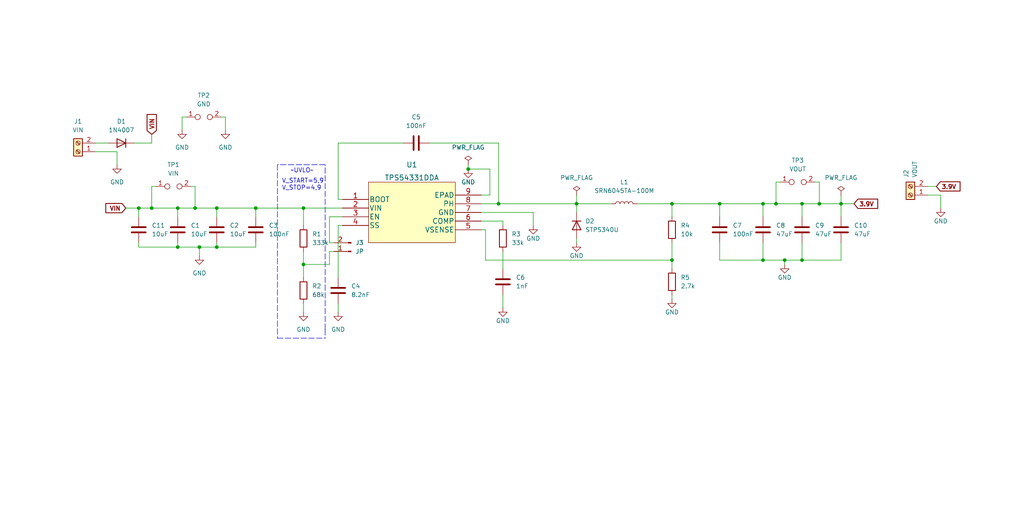
<source format=kicad_sch>
(kicad_sch (version 20211123) (generator eeschema)

  (uuid e63e39d7-6ac0-4ffd-8aa3-1841a4541b55)

  (paper "User" 299.999 150.012)

  (title_block
    (title "TPS54331DDA EVALUATION BOARD")
    (date "2022-05-07")
    (rev "EVB_V0.1")
    (comment 1 "HASAN YUCEL COGAL")
  )

  (lib_symbols
    (symbol "Connector:Conn_01x02_Male" (pin_names (offset 1.016) hide) (in_bom yes) (on_board yes)
      (property "Reference" "J" (id 0) (at 0 2.54 0)
        (effects (font (size 1.27 1.27)))
      )
      (property "Value" "Conn_01x02_Male" (id 1) (at 0 -5.08 0)
        (effects (font (size 1.27 1.27)))
      )
      (property "Footprint" "" (id 2) (at 0 0 0)
        (effects (font (size 1.27 1.27)) hide)
      )
      (property "Datasheet" "~" (id 3) (at 0 0 0)
        (effects (font (size 1.27 1.27)) hide)
      )
      (property "ki_keywords" "connector" (id 4) (at 0 0 0)
        (effects (font (size 1.27 1.27)) hide)
      )
      (property "ki_description" "Generic connector, single row, 01x02, script generated (kicad-library-utils/schlib/autogen/connector/)" (id 5) (at 0 0 0)
        (effects (font (size 1.27 1.27)) hide)
      )
      (property "ki_fp_filters" "Connector*:*_1x??_*" (id 6) (at 0 0 0)
        (effects (font (size 1.27 1.27)) hide)
      )
      (symbol "Conn_01x02_Male_1_1"
        (polyline
          (pts
            (xy 1.27 -2.54)
            (xy 0.8636 -2.54)
          )
          (stroke (width 0.1524) (type default) (color 0 0 0 0))
          (fill (type none))
        )
        (polyline
          (pts
            (xy 1.27 0)
            (xy 0.8636 0)
          )
          (stroke (width 0.1524) (type default) (color 0 0 0 0))
          (fill (type none))
        )
        (rectangle (start 0.8636 -2.413) (end 0 -2.667)
          (stroke (width 0.1524) (type default) (color 0 0 0 0))
          (fill (type outline))
        )
        (rectangle (start 0.8636 0.127) (end 0 -0.127)
          (stroke (width 0.1524) (type default) (color 0 0 0 0))
          (fill (type outline))
        )
        (pin passive line (at 5.08 0 180) (length 3.81)
          (name "Pin_1" (effects (font (size 1.27 1.27))))
          (number "1" (effects (font (size 1.27 1.27))))
        )
        (pin passive line (at 5.08 -2.54 180) (length 3.81)
          (name "Pin_2" (effects (font (size 1.27 1.27))))
          (number "2" (effects (font (size 1.27 1.27))))
        )
      )
    )
    (symbol "Connector:Screw_Terminal_01x02" (pin_names (offset 1.016) hide) (in_bom yes) (on_board yes)
      (property "Reference" "J" (id 0) (at 0 2.54 0)
        (effects (font (size 1.27 1.27)))
      )
      (property "Value" "Screw_Terminal_01x02" (id 1) (at 0 -5.08 0)
        (effects (font (size 1.27 1.27)))
      )
      (property "Footprint" "" (id 2) (at 0 0 0)
        (effects (font (size 1.27 1.27)) hide)
      )
      (property "Datasheet" "~" (id 3) (at 0 0 0)
        (effects (font (size 1.27 1.27)) hide)
      )
      (property "ki_keywords" "screw terminal" (id 4) (at 0 0 0)
        (effects (font (size 1.27 1.27)) hide)
      )
      (property "ki_description" "Generic screw terminal, single row, 01x02, script generated (kicad-library-utils/schlib/autogen/connector/)" (id 5) (at 0 0 0)
        (effects (font (size 1.27 1.27)) hide)
      )
      (property "ki_fp_filters" "TerminalBlock*:*" (id 6) (at 0 0 0)
        (effects (font (size 1.27 1.27)) hide)
      )
      (symbol "Screw_Terminal_01x02_1_1"
        (rectangle (start -1.27 1.27) (end 1.27 -3.81)
          (stroke (width 0.254) (type default) (color 0 0 0 0))
          (fill (type background))
        )
        (circle (center 0 -2.54) (radius 0.635)
          (stroke (width 0.1524) (type default) (color 0 0 0 0))
          (fill (type none))
        )
        (polyline
          (pts
            (xy -0.5334 -2.2098)
            (xy 0.3302 -3.048)
          )
          (stroke (width 0.1524) (type default) (color 0 0 0 0))
          (fill (type none))
        )
        (polyline
          (pts
            (xy -0.5334 0.3302)
            (xy 0.3302 -0.508)
          )
          (stroke (width 0.1524) (type default) (color 0 0 0 0))
          (fill (type none))
        )
        (polyline
          (pts
            (xy -0.3556 -2.032)
            (xy 0.508 -2.8702)
          )
          (stroke (width 0.1524) (type default) (color 0 0 0 0))
          (fill (type none))
        )
        (polyline
          (pts
            (xy -0.3556 0.508)
            (xy 0.508 -0.3302)
          )
          (stroke (width 0.1524) (type default) (color 0 0 0 0))
          (fill (type none))
        )
        (circle (center 0 0) (radius 0.635)
          (stroke (width 0.1524) (type default) (color 0 0 0 0))
          (fill (type none))
        )
        (pin passive line (at -5.08 0 0) (length 3.81)
          (name "Pin_1" (effects (font (size 1.27 1.27))))
          (number "1" (effects (font (size 1.27 1.27))))
        )
        (pin passive line (at -5.08 -2.54 0) (length 3.81)
          (name "Pin_2" (effects (font (size 1.27 1.27))))
          (number "2" (effects (font (size 1.27 1.27))))
        )
      )
    )
    (symbol "Connector:TestPoint_2Pole" (pin_names (offset 0.762) hide) (in_bom yes) (on_board yes)
      (property "Reference" "TP" (id 0) (at 0 1.524 0)
        (effects (font (size 1.27 1.27)))
      )
      (property "Value" "TestPoint_2Pole" (id 1) (at 0 -1.778 0)
        (effects (font (size 1.27 1.27)))
      )
      (property "Footprint" "" (id 2) (at 0 0 0)
        (effects (font (size 1.27 1.27)) hide)
      )
      (property "Datasheet" "~" (id 3) (at 0 0 0)
        (effects (font (size 1.27 1.27)) hide)
      )
      (property "ki_keywords" "point tp" (id 4) (at 0 0 0)
        (effects (font (size 1.27 1.27)) hide)
      )
      (property "ki_description" "2-polar test point" (id 5) (at 0 0 0)
        (effects (font (size 1.27 1.27)) hide)
      )
      (property "ki_fp_filters" "Pin* Test*" (id 6) (at 0 0 0)
        (effects (font (size 1.27 1.27)) hide)
      )
      (symbol "TestPoint_2Pole_0_1"
        (circle (center -1.778 0) (radius 0.762)
          (stroke (width 0) (type default) (color 0 0 0 0))
          (fill (type none))
        )
        (circle (center 1.778 0) (radius 0.762)
          (stroke (width 0) (type default) (color 0 0 0 0))
          (fill (type none))
        )
        (pin passive line (at -5.08 0 0) (length 2.54)
          (name "1" (effects (font (size 1.27 1.27))))
          (number "1" (effects (font (size 1.27 1.27))))
        )
        (pin passive line (at 5.08 0 180) (length 2.54)
          (name "2" (effects (font (size 1.27 1.27))))
          (number "2" (effects (font (size 1.27 1.27))))
        )
      )
    )
    (symbol "Device:C" (pin_numbers hide) (pin_names (offset 0.254)) (in_bom yes) (on_board yes)
      (property "Reference" "C" (id 0) (at 0.635 2.54 0)
        (effects (font (size 1.27 1.27)) (justify left))
      )
      (property "Value" "C" (id 1) (at 0.635 -2.54 0)
        (effects (font (size 1.27 1.27)) (justify left))
      )
      (property "Footprint" "" (id 2) (at 0.9652 -3.81 0)
        (effects (font (size 1.27 1.27)) hide)
      )
      (property "Datasheet" "~" (id 3) (at 0 0 0)
        (effects (font (size 1.27 1.27)) hide)
      )
      (property "ki_keywords" "cap capacitor" (id 4) (at 0 0 0)
        (effects (font (size 1.27 1.27)) hide)
      )
      (property "ki_description" "Unpolarized capacitor" (id 5) (at 0 0 0)
        (effects (font (size 1.27 1.27)) hide)
      )
      (property "ki_fp_filters" "C_*" (id 6) (at 0 0 0)
        (effects (font (size 1.27 1.27)) hide)
      )
      (symbol "C_0_1"
        (polyline
          (pts
            (xy -2.032 -0.762)
            (xy 2.032 -0.762)
          )
          (stroke (width 0.508) (type default) (color 0 0 0 0))
          (fill (type none))
        )
        (polyline
          (pts
            (xy -2.032 0.762)
            (xy 2.032 0.762)
          )
          (stroke (width 0.508) (type default) (color 0 0 0 0))
          (fill (type none))
        )
      )
      (symbol "C_1_1"
        (pin passive line (at 0 3.81 270) (length 2.794)
          (name "~" (effects (font (size 1.27 1.27))))
          (number "1" (effects (font (size 1.27 1.27))))
        )
        (pin passive line (at 0 -3.81 90) (length 2.794)
          (name "~" (effects (font (size 1.27 1.27))))
          (number "2" (effects (font (size 1.27 1.27))))
        )
      )
    )
    (symbol "Device:D" (pin_numbers hide) (pin_names (offset 1.016) hide) (in_bom yes) (on_board yes)
      (property "Reference" "D" (id 0) (at 0 2.54 0)
        (effects (font (size 1.27 1.27)))
      )
      (property "Value" "D" (id 1) (at 0 -2.54 0)
        (effects (font (size 1.27 1.27)))
      )
      (property "Footprint" "" (id 2) (at 0 0 0)
        (effects (font (size 1.27 1.27)) hide)
      )
      (property "Datasheet" "~" (id 3) (at 0 0 0)
        (effects (font (size 1.27 1.27)) hide)
      )
      (property "ki_keywords" "diode" (id 4) (at 0 0 0)
        (effects (font (size 1.27 1.27)) hide)
      )
      (property "ki_description" "Diode" (id 5) (at 0 0 0)
        (effects (font (size 1.27 1.27)) hide)
      )
      (property "ki_fp_filters" "TO-???* *_Diode_* *SingleDiode* D_*" (id 6) (at 0 0 0)
        (effects (font (size 1.27 1.27)) hide)
      )
      (symbol "D_0_1"
        (polyline
          (pts
            (xy -1.27 1.27)
            (xy -1.27 -1.27)
          )
          (stroke (width 0.254) (type default) (color 0 0 0 0))
          (fill (type none))
        )
        (polyline
          (pts
            (xy 1.27 0)
            (xy -1.27 0)
          )
          (stroke (width 0) (type default) (color 0 0 0 0))
          (fill (type none))
        )
        (polyline
          (pts
            (xy 1.27 1.27)
            (xy 1.27 -1.27)
            (xy -1.27 0)
            (xy 1.27 1.27)
          )
          (stroke (width 0.254) (type default) (color 0 0 0 0))
          (fill (type none))
        )
      )
      (symbol "D_1_1"
        (pin passive line (at -3.81 0 0) (length 2.54)
          (name "K" (effects (font (size 1.27 1.27))))
          (number "1" (effects (font (size 1.27 1.27))))
        )
        (pin passive line (at 3.81 0 180) (length 2.54)
          (name "A" (effects (font (size 1.27 1.27))))
          (number "2" (effects (font (size 1.27 1.27))))
        )
      )
    )
    (symbol "Device:L" (pin_numbers hide) (pin_names (offset 1.016) hide) (in_bom yes) (on_board yes)
      (property "Reference" "L" (id 0) (at -1.27 0 90)
        (effects (font (size 1.27 1.27)))
      )
      (property "Value" "L" (id 1) (at 1.905 0 90)
        (effects (font (size 1.27 1.27)))
      )
      (property "Footprint" "" (id 2) (at 0 0 0)
        (effects (font (size 1.27 1.27)) hide)
      )
      (property "Datasheet" "~" (id 3) (at 0 0 0)
        (effects (font (size 1.27 1.27)) hide)
      )
      (property "ki_keywords" "inductor choke coil reactor magnetic" (id 4) (at 0 0 0)
        (effects (font (size 1.27 1.27)) hide)
      )
      (property "ki_description" "Inductor" (id 5) (at 0 0 0)
        (effects (font (size 1.27 1.27)) hide)
      )
      (property "ki_fp_filters" "Choke_* *Coil* Inductor_* L_*" (id 6) (at 0 0 0)
        (effects (font (size 1.27 1.27)) hide)
      )
      (symbol "L_0_1"
        (arc (start 0 -2.54) (mid 0.635 -1.905) (end 0 -1.27)
          (stroke (width 0) (type default) (color 0 0 0 0))
          (fill (type none))
        )
        (arc (start 0 -1.27) (mid 0.635 -0.635) (end 0 0)
          (stroke (width 0) (type default) (color 0 0 0 0))
          (fill (type none))
        )
        (arc (start 0 0) (mid 0.635 0.635) (end 0 1.27)
          (stroke (width 0) (type default) (color 0 0 0 0))
          (fill (type none))
        )
        (arc (start 0 1.27) (mid 0.635 1.905) (end 0 2.54)
          (stroke (width 0) (type default) (color 0 0 0 0))
          (fill (type none))
        )
      )
      (symbol "L_1_1"
        (pin passive line (at 0 3.81 270) (length 1.27)
          (name "1" (effects (font (size 1.27 1.27))))
          (number "1" (effects (font (size 1.27 1.27))))
        )
        (pin passive line (at 0 -3.81 90) (length 1.27)
          (name "2" (effects (font (size 1.27 1.27))))
          (number "2" (effects (font (size 1.27 1.27))))
        )
      )
    )
    (symbol "Device:R" (pin_numbers hide) (pin_names (offset 0)) (in_bom yes) (on_board yes)
      (property "Reference" "R" (id 0) (at 2.032 0 90)
        (effects (font (size 1.27 1.27)))
      )
      (property "Value" "R" (id 1) (at 0 0 90)
        (effects (font (size 1.27 1.27)))
      )
      (property "Footprint" "" (id 2) (at -1.778 0 90)
        (effects (font (size 1.27 1.27)) hide)
      )
      (property "Datasheet" "~" (id 3) (at 0 0 0)
        (effects (font (size 1.27 1.27)) hide)
      )
      (property "ki_keywords" "R res resistor" (id 4) (at 0 0 0)
        (effects (font (size 1.27 1.27)) hide)
      )
      (property "ki_description" "Resistor" (id 5) (at 0 0 0)
        (effects (font (size 1.27 1.27)) hide)
      )
      (property "ki_fp_filters" "R_*" (id 6) (at 0 0 0)
        (effects (font (size 1.27 1.27)) hide)
      )
      (symbol "R_0_1"
        (rectangle (start -1.016 -2.54) (end 1.016 2.54)
          (stroke (width 0.254) (type default) (color 0 0 0 0))
          (fill (type none))
        )
      )
      (symbol "R_1_1"
        (pin passive line (at 0 3.81 270) (length 1.27)
          (name "~" (effects (font (size 1.27 1.27))))
          (number "1" (effects (font (size 1.27 1.27))))
        )
        (pin passive line (at 0 -3.81 90) (length 1.27)
          (name "~" (effects (font (size 1.27 1.27))))
          (number "2" (effects (font (size 1.27 1.27))))
        )
      )
    )
    (symbol "TPS54331DDA:TPS54331DDA" (pin_names (offset 0.254)) (in_bom yes) (on_board yes)
      (property "Reference" "U" (id 0) (at 33.02 10.16 0)
        (effects (font (size 1.524 1.524)))
      )
      (property "Value" "TPS54331DDA" (id 1) (at 33.02 7.62 0)
        (effects (font (size 1.524 1.524)))
      )
      (property "Footprint" "Package_SO:TI_SO-PowerPAD-8_ThermalVias" (id 2) (at 33.02 6.096 0)
        (effects (font (size 1.524 1.524)) hide)
      )
      (property "Datasheet" "" (id 3) (at 0 0 0)
        (effects (font (size 1.524 1.524)))
      )
      (property "ki_locked" "" (id 4) (at 0 0 0)
        (effects (font (size 1.27 1.27)))
      )
      (property "ki_fp_filters" "DDA8_3X2P13 DDA8_3X2P13-M DDA8_3X2P13-L" (id 5) (at 0 0 0)
        (effects (font (size 1.27 1.27)) hide)
      )
      (symbol "TPS54331DDA_1_1"
        (rectangle (start 7.62 5.08) (end 33.02 -12.7)
          (stroke (width 0) (type default) (color 0 0 0 0))
          (fill (type background))
        )
        (pin unspecified line (at 0 0 0) (length 7.62)
          (name "BOOT" (effects (font (size 1.4986 1.4986))))
          (number "1" (effects (font (size 1.4986 1.4986))))
        )
        (pin input line (at 0 -2.54 0) (length 7.62)
          (name "VIN" (effects (font (size 1.4986 1.4986))))
          (number "2" (effects (font (size 1.4986 1.4986))))
        )
        (pin unspecified line (at 0 -5.08 0) (length 7.62)
          (name "EN" (effects (font (size 1.4986 1.4986))))
          (number "3" (effects (font (size 1.4986 1.4986))))
        )
        (pin unspecified line (at 0 -7.62 0) (length 7.62)
          (name "SS" (effects (font (size 1.4986 1.4986))))
          (number "4" (effects (font (size 1.4986 1.4986))))
        )
        (pin unspecified line (at 40.64 -8.89 180) (length 7.62)
          (name "VSENSE" (effects (font (size 1.4986 1.4986))))
          (number "5" (effects (font (size 1.4986 1.4986))))
        )
        (pin output line (at 40.64 -6.35 180) (length 7.62)
          (name "COMP" (effects (font (size 1.4986 1.4986))))
          (number "6" (effects (font (size 1.4986 1.4986))))
        )
        (pin power_in line (at 40.64 -3.81 180) (length 7.62)
          (name "GND" (effects (font (size 1.4986 1.4986))))
          (number "7" (effects (font (size 1.4986 1.4986))))
        )
        (pin power_in line (at 40.64 -1.27 180) (length 7.62)
          (name "PH" (effects (font (size 1.4986 1.4986))))
          (number "8" (effects (font (size 1.4986 1.4986))))
        )
        (pin unspecified line (at 40.64 1.27 180) (length 7.62)
          (name "EPAD" (effects (font (size 1.4986 1.4986))))
          (number "9" (effects (font (size 1.4986 1.4986))))
        )
      )
    )
    (symbol "power:GND" (power) (pin_names (offset 0)) (in_bom yes) (on_board yes)
      (property "Reference" "#PWR" (id 0) (at 0 -6.35 0)
        (effects (font (size 1.27 1.27)) hide)
      )
      (property "Value" "GND" (id 1) (at 0 -3.81 0)
        (effects (font (size 1.27 1.27)))
      )
      (property "Footprint" "" (id 2) (at 0 0 0)
        (effects (font (size 1.27 1.27)) hide)
      )
      (property "Datasheet" "" (id 3) (at 0 0 0)
        (effects (font (size 1.27 1.27)) hide)
      )
      (property "ki_keywords" "power-flag" (id 4) (at 0 0 0)
        (effects (font (size 1.27 1.27)) hide)
      )
      (property "ki_description" "Power symbol creates a global label with name \"GND\" , ground" (id 5) (at 0 0 0)
        (effects (font (size 1.27 1.27)) hide)
      )
      (symbol "GND_0_1"
        (polyline
          (pts
            (xy 0 0)
            (xy 0 -1.27)
            (xy 1.27 -1.27)
            (xy 0 -2.54)
            (xy -1.27 -1.27)
            (xy 0 -1.27)
          )
          (stroke (width 0) (type default) (color 0 0 0 0))
          (fill (type none))
        )
      )
      (symbol "GND_1_1"
        (pin power_in line (at 0 0 270) (length 0) hide
          (name "GND" (effects (font (size 1.27 1.27))))
          (number "1" (effects (font (size 1.27 1.27))))
        )
      )
    )
    (symbol "power:PWR_FLAG" (power) (pin_numbers hide) (pin_names (offset 0) hide) (in_bom yes) (on_board yes)
      (property "Reference" "#FLG" (id 0) (at 0 1.905 0)
        (effects (font (size 1.27 1.27)) hide)
      )
      (property "Value" "PWR_FLAG" (id 1) (at 0 3.81 0)
        (effects (font (size 1.27 1.27)))
      )
      (property "Footprint" "" (id 2) (at 0 0 0)
        (effects (font (size 1.27 1.27)) hide)
      )
      (property "Datasheet" "~" (id 3) (at 0 0 0)
        (effects (font (size 1.27 1.27)) hide)
      )
      (property "ki_keywords" "power-flag" (id 4) (at 0 0 0)
        (effects (font (size 1.27 1.27)) hide)
      )
      (property "ki_description" "Special symbol for telling ERC where power comes from" (id 5) (at 0 0 0)
        (effects (font (size 1.27 1.27)) hide)
      )
      (symbol "PWR_FLAG_0_0"
        (pin power_out line (at 0 0 90) (length 0)
          (name "pwr" (effects (font (size 1.27 1.27))))
          (number "1" (effects (font (size 1.27 1.27))))
        )
      )
      (symbol "PWR_FLAG_0_1"
        (polyline
          (pts
            (xy 0 0)
            (xy 0 1.27)
            (xy -1.016 1.905)
            (xy 0 2.54)
            (xy 1.016 1.905)
            (xy 0 1.27)
          )
          (stroke (width 0) (type default) (color 0 0 0 0))
          (fill (type none))
        )
      )
    )
  )


  (junction (at 52.07 60.96) (diameter 0) (color 0 0 0 0)
    (uuid 0dc3b509-c9ab-454e-8da5-edcd067643e2)
  )
  (junction (at 57.15 60.96) (diameter 0) (color 0 0 0 0)
    (uuid 0f1ceb14-ce46-4eeb-b424-306aa0921016)
  )
  (junction (at 137.16 49.53) (diameter 0) (color 0 0 0 0)
    (uuid 145467eb-1644-4ef0-88fe-79ae13b4e404)
  )
  (junction (at 223.52 59.69) (diameter 0) (color 0 0 0 0)
    (uuid 28359520-0576-44c3-b5e1-d2af43ecf963)
  )
  (junction (at 58.42 72.39) (diameter 0) (color 0 0 0 0)
    (uuid 2cd97acb-4ba5-4e88-991d-6109da92c791)
  )
  (junction (at 196.85 76.2) (diameter 0) (color 0 0 0 0)
    (uuid 3c904da2-5d42-4df6-aa16-44ab201bc81e)
  )
  (junction (at 210.82 59.69) (diameter 0) (color 0 0 0 0)
    (uuid 4178e207-1476-4b91-9526-2b553791f86e)
  )
  (junction (at 40.64 60.96) (diameter 0) (color 0 0 0 0)
    (uuid 5123ea57-224f-43b6-aa7a-8cd343b25e2b)
  )
  (junction (at 223.52 76.2) (diameter 0) (color 0 0 0 0)
    (uuid 53911083-f80d-4189-803f-08062342221d)
  )
  (junction (at 246.38 59.69) (diameter 0) (color 0 0 0 0)
    (uuid 5e81e7ea-c90b-4e19-bb59-71d91276790a)
  )
  (junction (at 227.33 59.69) (diameter 0) (color 0 0 0 0)
    (uuid 60f82898-5b0d-4952-95e5-c2a961598439)
  )
  (junction (at 196.85 59.69) (diameter 0) (color 0 0 0 0)
    (uuid 62df17c4-3123-4896-a16b-d9c295a15fee)
  )
  (junction (at 88.9 77.47) (diameter 0) (color 0 0 0 0)
    (uuid 74135f4d-0bcd-41b5-a633-d1343edd5f96)
  )
  (junction (at 146.05 59.69) (diameter 0) (color 0 0 0 0)
    (uuid 7873ab21-0dde-4bb3-b8cd-a8a496571f62)
  )
  (junction (at 88.9 60.96) (diameter 0) (color 0 0 0 0)
    (uuid 92105aac-80e0-490e-bd34-a68261d25622)
  )
  (junction (at 240.03 59.69) (diameter 0) (color 0 0 0 0)
    (uuid 99ed891b-d293-4693-8d7e-fcfe92b73aed)
  )
  (junction (at 168.91 59.69) (diameter 0) (color 0 0 0 0)
    (uuid a4163f01-49ec-46f4-a048-e6905dd1fb28)
  )
  (junction (at 52.07 72.39) (diameter 0) (color 0 0 0 0)
    (uuid ae3cdb52-0743-4dd6-8c00-41aa8a6738ec)
  )
  (junction (at 229.87 76.2) (diameter 0) (color 0 0 0 0)
    (uuid b0b52117-9ea1-4292-9662-3d854d049cdb)
  )
  (junction (at 63.5 72.39) (diameter 0) (color 0 0 0 0)
    (uuid bb62c327-684b-4cec-863e-e9b2a5786299)
  )
  (junction (at 234.95 59.69) (diameter 0) (color 0 0 0 0)
    (uuid c582114a-b671-4541-ae61-482c12e949c5)
  )
  (junction (at 74.93 60.96) (diameter 0) (color 0 0 0 0)
    (uuid ceadfc30-ab09-41db-9c26-32ab0f9c4f5a)
  )
  (junction (at 234.95 76.2) (diameter 0) (color 0 0 0 0)
    (uuid d5732363-7998-445b-80d3-56ffbc12243c)
  )
  (junction (at 44.45 60.96) (diameter 0) (color 0 0 0 0)
    (uuid d8100885-ac0a-4b20-81d8-938f6259ad11)
  )
  (junction (at 63.5 60.96) (diameter 0) (color 0 0 0 0)
    (uuid da789685-a411-43f7-9e60-33deeec706a7)
  )

  (wire (pts (xy 52.07 60.96) (xy 52.07 63.5))
    (stroke (width 0) (type default) (color 0 0 0 0))
    (uuid 04db566b-785d-4678-926b-9f9ff77575cb)
  )
  (wire (pts (xy 88.9 88.9) (xy 88.9 91.44))
    (stroke (width 0) (type default) (color 0 0 0 0))
    (uuid 071d924b-7e39-46b7-b018-9a7c3a71bfe8)
  )
  (wire (pts (xy 99.06 41.91) (xy 118.11 41.91))
    (stroke (width 0) (type default) (color 0 0 0 0))
    (uuid 16814235-3160-49c0-b3aa-a57c766bdccb)
  )
  (wire (pts (xy 275.59 57.15) (xy 271.78 57.15))
    (stroke (width 0) (type default) (color 0 0 0 0))
    (uuid 16d3a417-23bc-45a8-bcf2-a870dfff500c)
  )
  (wire (pts (xy 40.64 72.39) (xy 52.07 72.39))
    (stroke (width 0) (type default) (color 0 0 0 0))
    (uuid 19469950-52dc-4d98-af58-e5fa3dbd48b3)
  )
  (wire (pts (xy 88.9 60.96) (xy 100.33 60.96))
    (stroke (width 0) (type default) (color 0 0 0 0))
    (uuid 196e571e-30bc-41fb-bcc6-c0a9922f23e7)
  )
  (wire (pts (xy 96.52 77.47) (xy 96.52 73.66))
    (stroke (width 0) (type default) (color 0 0 0 0))
    (uuid 19f88b99-8926-4a42-b6bb-cc59a2a4790f)
  )
  (wire (pts (xy 238.76 53.34) (xy 240.03 53.34))
    (stroke (width 0) (type default) (color 0 0 0 0))
    (uuid 1b6a0942-a4cd-4341-b757-6251284b6df7)
  )
  (wire (pts (xy 34.29 44.45) (xy 27.94 44.45))
    (stroke (width 0) (type default) (color 0 0 0 0))
    (uuid 20a6c859-9b58-4c1a-92cb-b7171122a6d2)
  )
  (wire (pts (xy 196.85 78.74) (xy 196.85 76.2))
    (stroke (width 0) (type default) (color 0 0 0 0))
    (uuid 21534be2-5193-4fb3-bc2e-1361839376a9)
  )
  (wire (pts (xy 44.45 39.37) (xy 44.45 41.91))
    (stroke (width 0) (type default) (color 0 0 0 0))
    (uuid 246e01d0-d103-45c4-b235-7414b7bc9d9b)
  )
  (wire (pts (xy 210.82 76.2) (xy 223.52 76.2))
    (stroke (width 0) (type default) (color 0 0 0 0))
    (uuid 24a2f257-c49d-4f69-9ab7-403348f3e619)
  )
  (wire (pts (xy 246.38 59.69) (xy 250.19 59.69))
    (stroke (width 0) (type default) (color 0 0 0 0))
    (uuid 2a453dd8-478b-4feb-9e99-914a37bc3ff1)
  )
  (wire (pts (xy 140.97 62.23) (xy 156.21 62.23))
    (stroke (width 0) (type default) (color 0 0 0 0))
    (uuid 2caa4d3a-8e3a-442e-bcb6-4ab9a8d941f7)
  )
  (wire (pts (xy 64.77 34.29) (xy 66.04 34.29))
    (stroke (width 0) (type default) (color 0 0 0 0))
    (uuid 2d201d80-e632-45d7-b3a2-b4f885cdf2b8)
  )
  (wire (pts (xy 271.78 54.61) (xy 274.32 54.61))
    (stroke (width 0) (type default) (color 0 0 0 0))
    (uuid 2f4a11d1-c3e5-4c8b-b2f6-7af51dacc48c)
  )
  (wire (pts (xy 147.32 66.04) (xy 147.32 64.77))
    (stroke (width 0) (type default) (color 0 0 0 0))
    (uuid 339af272-b753-45be-a8f1-5e3de643d818)
  )
  (wire (pts (xy 246.38 76.2) (xy 246.38 71.12))
    (stroke (width 0) (type default) (color 0 0 0 0))
    (uuid 344cca83-1ca2-4f3a-9033-74708f6f273d)
  )
  (wire (pts (xy 40.64 60.96) (xy 40.64 63.5))
    (stroke (width 0) (type default) (color 0 0 0 0))
    (uuid 371680ff-44a4-4fd1-936a-7718e93a7a59)
  )
  (wire (pts (xy 246.38 63.5) (xy 246.38 59.69))
    (stroke (width 0) (type default) (color 0 0 0 0))
    (uuid 395ea6eb-5971-43f7-b2ed-e23b229876ee)
  )
  (wire (pts (xy 143.51 57.15) (xy 143.51 49.53))
    (stroke (width 0) (type default) (color 0 0 0 0))
    (uuid 3a1ab001-ed8f-4f63-a5df-bb8ae62df88f)
  )
  (wire (pts (xy 99.06 58.42) (xy 99.06 41.91))
    (stroke (width 0) (type default) (color 0 0 0 0))
    (uuid 3f108b48-960d-4404-b900-fe5a21df93de)
  )
  (wire (pts (xy 88.9 60.96) (xy 88.9 66.04))
    (stroke (width 0) (type default) (color 0 0 0 0))
    (uuid 402b5273-7d46-4673-8b1e-2c3aa3901ffa)
  )
  (wire (pts (xy 234.95 76.2) (xy 246.38 76.2))
    (stroke (width 0) (type default) (color 0 0 0 0))
    (uuid 4043b0c3-de41-4b2f-94fa-65fec5d251ad)
  )
  (wire (pts (xy 229.87 76.2) (xy 234.95 76.2))
    (stroke (width 0) (type default) (color 0 0 0 0))
    (uuid 40e67b56-cc34-4e1b-a0b6-f6da12112d3f)
  )
  (polyline (pts (xy 81.28 48.26) (xy 81.28 99.06))
    (stroke (width 0) (type default) (color 0 0 0 0))
    (uuid 4373547b-d3a9-4735-9a12-7e388d4b1d9d)
  )

  (wire (pts (xy 210.82 71.12) (xy 210.82 76.2))
    (stroke (width 0) (type default) (color 0 0 0 0))
    (uuid 496540bb-4ce5-426b-948f-02843f03804a)
  )
  (wire (pts (xy 196.85 59.69) (xy 210.82 59.69))
    (stroke (width 0) (type default) (color 0 0 0 0))
    (uuid 4af10b67-e899-45ec-96e0-a5b00cf12b84)
  )
  (wire (pts (xy 100.33 58.42) (xy 99.06 58.42))
    (stroke (width 0) (type default) (color 0 0 0 0))
    (uuid 4b2e09bc-302d-48e2-8acc-329381fbf7dd)
  )
  (wire (pts (xy 55.88 54.61) (xy 57.15 54.61))
    (stroke (width 0) (type default) (color 0 0 0 0))
    (uuid 4bb1e76d-511f-49ae-8cef-161a6614f641)
  )
  (wire (pts (xy 234.95 59.69) (xy 240.03 59.69))
    (stroke (width 0) (type default) (color 0 0 0 0))
    (uuid 4da5bc50-de93-499e-bf74-5ea1e1e8405c)
  )
  (polyline (pts (xy 95.25 96.52) (xy 95.25 99.06))
    (stroke (width 0) (type default) (color 0 0 0 0))
    (uuid 4e3d105c-3308-491c-a0aa-594e6247a479)
  )

  (wire (pts (xy 156.21 62.23) (xy 156.21 66.04))
    (stroke (width 0) (type default) (color 0 0 0 0))
    (uuid 4f69ef32-3d32-43b5-9c84-cdec272aa392)
  )
  (wire (pts (xy 88.9 77.47) (xy 96.52 77.47))
    (stroke (width 0) (type default) (color 0 0 0 0))
    (uuid 4fad8bb9-f39b-485d-a867-3ae3c7020d50)
  )
  (wire (pts (xy 196.85 71.12) (xy 196.85 76.2))
    (stroke (width 0) (type default) (color 0 0 0 0))
    (uuid 5040f412-577c-4d09-b8d8-e04c951071dc)
  )
  (wire (pts (xy 40.64 60.96) (xy 44.45 60.96))
    (stroke (width 0) (type default) (color 0 0 0 0))
    (uuid 56397057-2acf-4563-be65-efdfea28e4ed)
  )
  (wire (pts (xy 137.16 48.26) (xy 137.16 49.53))
    (stroke (width 0) (type default) (color 0 0 0 0))
    (uuid 590deb6b-6ab6-4164-9426-8fbb438cf8cd)
  )
  (wire (pts (xy 142.24 67.31) (xy 142.24 76.2))
    (stroke (width 0) (type default) (color 0 0 0 0))
    (uuid 635c2907-dc9e-4597-9887-018f4b6e92d2)
  )
  (wire (pts (xy 63.5 60.96) (xy 74.93 60.96))
    (stroke (width 0) (type default) (color 0 0 0 0))
    (uuid 65b2a064-88e4-4641-9df2-1232420e81e9)
  )
  (wire (pts (xy 96.52 71.12) (xy 97.79 71.12))
    (stroke (width 0) (type default) (color 0 0 0 0))
    (uuid 660a0002-3a3e-42cf-be8c-5009a3068f3f)
  )
  (wire (pts (xy 99.06 81.28) (xy 99.06 66.04))
    (stroke (width 0) (type default) (color 0 0 0 0))
    (uuid 66995d16-cfec-4e86-976f-51923bdbce29)
  )
  (wire (pts (xy 147.32 86.36) (xy 147.32 90.17))
    (stroke (width 0) (type default) (color 0 0 0 0))
    (uuid 697664ce-8748-4de2-a7ca-7631eb7cba0e)
  )
  (wire (pts (xy 146.05 59.69) (xy 140.97 59.69))
    (stroke (width 0) (type default) (color 0 0 0 0))
    (uuid 69bf5ef4-2e9c-4359-8744-207cc283ba59)
  )
  (wire (pts (xy 228.6 53.34) (xy 227.33 53.34))
    (stroke (width 0) (type default) (color 0 0 0 0))
    (uuid 7033e550-ac05-4205-a45d-3969e8489c0f)
  )
  (wire (pts (xy 40.64 71.12) (xy 40.64 72.39))
    (stroke (width 0) (type default) (color 0 0 0 0))
    (uuid 770b73e5-66e5-4c0b-856f-da26797daac1)
  )
  (wire (pts (xy 147.32 64.77) (xy 140.97 64.77))
    (stroke (width 0) (type default) (color 0 0 0 0))
    (uuid 7bb18fc8-1512-4bc2-9b37-e6d6ba951b06)
  )
  (wire (pts (xy 74.93 60.96) (xy 74.93 63.5))
    (stroke (width 0) (type default) (color 0 0 0 0))
    (uuid 7c3c67ab-a8cd-4167-bb17-e12abe4259f7)
  )
  (wire (pts (xy 168.91 57.15) (xy 168.91 59.69))
    (stroke (width 0) (type default) (color 0 0 0 0))
    (uuid 7ca62906-f099-488f-a7c0-95635aef2b3a)
  )
  (wire (pts (xy 34.29 48.26) (xy 34.29 44.45))
    (stroke (width 0) (type default) (color 0 0 0 0))
    (uuid 7d821d91-0ab1-4509-8a4c-4a182b16ccb6)
  )
  (wire (pts (xy 210.82 59.69) (xy 223.52 59.69))
    (stroke (width 0) (type default) (color 0 0 0 0))
    (uuid 7e93895c-f5f9-4dd5-81e0-b8d0e724dfe2)
  )
  (wire (pts (xy 240.03 59.69) (xy 246.38 59.69))
    (stroke (width 0) (type default) (color 0 0 0 0))
    (uuid 86b4ac91-a412-4dc8-ad8d-aed62bcd8861)
  )
  (wire (pts (xy 210.82 59.69) (xy 210.82 63.5))
    (stroke (width 0) (type default) (color 0 0 0 0))
    (uuid 884f51b1-a420-4ba5-aaa7-f70359b4ce5c)
  )
  (wire (pts (xy 146.05 41.91) (xy 146.05 59.69))
    (stroke (width 0) (type default) (color 0 0 0 0))
    (uuid 88d6f647-c72b-49b3-bb50-df7bd5f3fc1a)
  )
  (wire (pts (xy 196.85 63.5) (xy 196.85 59.69))
    (stroke (width 0) (type default) (color 0 0 0 0))
    (uuid 88e05d68-6aa8-4597-8929-95a06859b2da)
  )
  (wire (pts (xy 52.07 72.39) (xy 58.42 72.39))
    (stroke (width 0) (type default) (color 0 0 0 0))
    (uuid 8bb454e1-4a90-492b-ac0c-8d4540b9ce32)
  )
  (wire (pts (xy 66.04 34.29) (xy 66.04 38.1))
    (stroke (width 0) (type default) (color 0 0 0 0))
    (uuid 8c2a42f1-b734-4cd0-8ea7-29f6488ab741)
  )
  (wire (pts (xy 223.52 59.69) (xy 227.33 59.69))
    (stroke (width 0) (type default) (color 0 0 0 0))
    (uuid 8db0a79e-3018-4e9a-bd5a-6f2bb4800065)
  )
  (polyline (pts (xy 95.25 48.26) (xy 81.28 48.26))
    (stroke (width 0) (type default) (color 0 0 0 0))
    (uuid 8db28752-04fe-4bac-819e-f19842492596)
  )
  (polyline (pts (xy 81.28 99.06) (xy 95.25 99.06))
    (stroke (width 0) (type default) (color 0 0 0 0))
    (uuid 8e94704d-ee0e-4c50-8651-4c244ec28f0b)
  )

  (wire (pts (xy 63.5 60.96) (xy 57.15 60.96))
    (stroke (width 0) (type default) (color 0 0 0 0))
    (uuid 90fac4a6-b9fe-499b-9737-8b21e7ac649f)
  )
  (wire (pts (xy 74.93 60.96) (xy 88.9 60.96))
    (stroke (width 0) (type default) (color 0 0 0 0))
    (uuid 9322c56b-fd13-4558-b610-6037f479ac0f)
  )
  (wire (pts (xy 223.52 71.12) (xy 223.52 76.2))
    (stroke (width 0) (type default) (color 0 0 0 0))
    (uuid 96e5fcff-26bf-458b-9576-ff2158f92c4a)
  )
  (wire (pts (xy 52.07 72.39) (xy 52.07 71.12))
    (stroke (width 0) (type default) (color 0 0 0 0))
    (uuid 97303bca-42a0-4774-87e2-b8dc49532365)
  )
  (wire (pts (xy 275.59 60.96) (xy 275.59 57.15))
    (stroke (width 0) (type default) (color 0 0 0 0))
    (uuid 9fce7434-42d7-4c65-b980-ba9788eac25d)
  )
  (wire (pts (xy 27.94 41.91) (xy 31.75 41.91))
    (stroke (width 0) (type default) (color 0 0 0 0))
    (uuid a5986623-b8f5-4944-b56e-15aa311c649e)
  )
  (wire (pts (xy 234.95 59.69) (xy 234.95 63.5))
    (stroke (width 0) (type default) (color 0 0 0 0))
    (uuid a5af60fd-50e2-436b-b9d1-ef5746149832)
  )
  (wire (pts (xy 140.97 57.15) (xy 143.51 57.15))
    (stroke (width 0) (type default) (color 0 0 0 0))
    (uuid a6c0d117-eda3-4bdd-aeef-926de34c4250)
  )
  (wire (pts (xy 58.42 72.39) (xy 63.5 72.39))
    (stroke (width 0) (type default) (color 0 0 0 0))
    (uuid a74b2089-93bc-40fe-9699-091d17a977d3)
  )
  (wire (pts (xy 234.95 71.12) (xy 234.95 76.2))
    (stroke (width 0) (type default) (color 0 0 0 0))
    (uuid a90ffc1f-4912-490c-93b7-dbe9b90184a0)
  )
  (wire (pts (xy 57.15 54.61) (xy 57.15 60.96))
    (stroke (width 0) (type default) (color 0 0 0 0))
    (uuid acaf268c-0744-4960-8158-dc356c92f6d1)
  )
  (wire (pts (xy 99.06 66.04) (xy 100.33 66.04))
    (stroke (width 0) (type default) (color 0 0 0 0))
    (uuid ad827878-3906-4f69-8076-3804080820e5)
  )
  (wire (pts (xy 53.34 34.29) (xy 53.34 38.1))
    (stroke (width 0) (type default) (color 0 0 0 0))
    (uuid ae7fa453-a992-49b5-8204-771d6146f47c)
  )
  (wire (pts (xy 142.24 76.2) (xy 196.85 76.2))
    (stroke (width 0) (type default) (color 0 0 0 0))
    (uuid b035374f-1a0b-45b9-a281-2ea2a5d3e5aa)
  )
  (wire (pts (xy 223.52 63.5) (xy 223.52 59.69))
    (stroke (width 0) (type default) (color 0 0 0 0))
    (uuid b18895e5-242c-4aec-a276-22335a56756e)
  )
  (wire (pts (xy 99.06 88.9) (xy 99.06 91.44))
    (stroke (width 0) (type default) (color 0 0 0 0))
    (uuid b3027fef-1fce-4961-9c8d-b5f322a0c024)
  )
  (wire (pts (xy 168.91 69.85) (xy 168.91 71.12))
    (stroke (width 0) (type default) (color 0 0 0 0))
    (uuid b4d01d8d-c90d-4cae-8c51-7aa6554c2120)
  )
  (wire (pts (xy 74.93 71.12) (xy 74.93 72.39))
    (stroke (width 0) (type default) (color 0 0 0 0))
    (uuid b7a929d2-71a4-4c26-8424-e0a57227c361)
  )
  (wire (pts (xy 125.73 41.91) (xy 146.05 41.91))
    (stroke (width 0) (type default) (color 0 0 0 0))
    (uuid b968c233-746f-4e82-9690-05951d00f11c)
  )
  (wire (pts (xy 196.85 86.36) (xy 196.85 87.63))
    (stroke (width 0) (type default) (color 0 0 0 0))
    (uuid bad3f4cd-f4b4-440a-8ce3-799f4386ec24)
  )
  (wire (pts (xy 227.33 53.34) (xy 227.33 59.69))
    (stroke (width 0) (type default) (color 0 0 0 0))
    (uuid bd1d8900-6ee7-4b99-95dc-1f61ba855895)
  )
  (wire (pts (xy 227.33 59.69) (xy 234.95 59.69))
    (stroke (width 0) (type default) (color 0 0 0 0))
    (uuid c11991f9-f0c3-4f56-a38b-d597f3a6a115)
  )
  (wire (pts (xy 96.52 71.12) (xy 96.52 63.5))
    (stroke (width 0) (type default) (color 0 0 0 0))
    (uuid c22b9e32-8be0-43f6-97a3-b2d0eb48a230)
  )
  (wire (pts (xy 88.9 73.66) (xy 88.9 77.47))
    (stroke (width 0) (type default) (color 0 0 0 0))
    (uuid c933c26f-e82f-43fb-bfee-996bd97b2261)
  )
  (wire (pts (xy 44.45 54.61) (xy 44.45 60.96))
    (stroke (width 0) (type default) (color 0 0 0 0))
    (uuid cffdf152-6fc9-4746-a1ae-3d8b2ceb6529)
  )
  (wire (pts (xy 45.72 54.61) (xy 44.45 54.61))
    (stroke (width 0) (type default) (color 0 0 0 0))
    (uuid d08982c5-81f6-46b5-93d3-b12ff315cee7)
  )
  (wire (pts (xy 196.85 59.69) (xy 186.69 59.69))
    (stroke (width 0) (type default) (color 0 0 0 0))
    (uuid d76cde90-d637-4bff-8937-bc9f58d9f955)
  )
  (wire (pts (xy 146.05 59.69) (xy 168.91 59.69))
    (stroke (width 0) (type default) (color 0 0 0 0))
    (uuid d8920fba-d231-4901-8c2d-44d6e92bd218)
  )
  (wire (pts (xy 63.5 72.39) (xy 63.5 71.12))
    (stroke (width 0) (type default) (color 0 0 0 0))
    (uuid dae6d191-4275-4770-bca0-d814da9dbbef)
  )
  (wire (pts (xy 54.61 34.29) (xy 53.34 34.29))
    (stroke (width 0) (type default) (color 0 0 0 0))
    (uuid db9a12e2-c8b8-4789-a8c9-25a0537b440a)
  )
  (wire (pts (xy 168.91 59.69) (xy 179.07 59.69))
    (stroke (width 0) (type default) (color 0 0 0 0))
    (uuid dfcd8134-f430-453d-9a70-11b40674036f)
  )
  (wire (pts (xy 240.03 53.34) (xy 240.03 59.69))
    (stroke (width 0) (type default) (color 0 0 0 0))
    (uuid e07bdf08-60cc-40d0-aaca-18d4e0afa869)
  )
  (wire (pts (xy 137.16 49.53) (xy 143.51 49.53))
    (stroke (width 0) (type default) (color 0 0 0 0))
    (uuid e0aacef0-c0c8-4b71-bf0e-880a6df1be74)
  )
  (wire (pts (xy 229.87 76.2) (xy 229.87 77.47))
    (stroke (width 0) (type default) (color 0 0 0 0))
    (uuid e1493d2a-554c-468f-b099-f490c277c9f7)
  )
  (wire (pts (xy 63.5 63.5) (xy 63.5 60.96))
    (stroke (width 0) (type default) (color 0 0 0 0))
    (uuid e2012457-fbfb-431e-b64c-e846f0d6813e)
  )
  (wire (pts (xy 88.9 81.28) (xy 88.9 77.47))
    (stroke (width 0) (type default) (color 0 0 0 0))
    (uuid e7850ef5-b65a-428c-9e79-b5b3bf42d7ab)
  )
  (wire (pts (xy 168.91 62.23) (xy 168.91 59.69))
    (stroke (width 0) (type default) (color 0 0 0 0))
    (uuid e7e12909-f487-4654-9207-4a4b2e54b4b3)
  )
  (wire (pts (xy 140.97 67.31) (xy 142.24 67.31))
    (stroke (width 0) (type default) (color 0 0 0 0))
    (uuid e8c90b06-99f0-4727-9f73-48e101cc00d4)
  )
  (wire (pts (xy 44.45 60.96) (xy 52.07 60.96))
    (stroke (width 0) (type default) (color 0 0 0 0))
    (uuid ebce7e29-f5fd-4f23-9531-8ac5ebb5003d)
  )
  (wire (pts (xy 57.15 60.96) (xy 52.07 60.96))
    (stroke (width 0) (type default) (color 0 0 0 0))
    (uuid ec283994-8d2b-4d5e-809e-2a34b347c416)
  )
  (wire (pts (xy 96.52 63.5) (xy 100.33 63.5))
    (stroke (width 0) (type default) (color 0 0 0 0))
    (uuid edf76227-057f-48d6-ab39-152b4903b639)
  )
  (polyline (pts (xy 95.25 96.52) (xy 95.25 48.26))
    (stroke (width 0) (type default) (color 0 0 0 0))
    (uuid ef36da6c-b409-4756-be92-54a96426032e)
  )

  (wire (pts (xy 147.32 73.66) (xy 147.32 78.74))
    (stroke (width 0) (type default) (color 0 0 0 0))
    (uuid f2837606-1df0-4f8f-9aee-4ab502d4fc1f)
  )
  (wire (pts (xy 58.42 72.39) (xy 58.42 74.93))
    (stroke (width 0) (type default) (color 0 0 0 0))
    (uuid f2b2c3ec-45f5-4d3e-83f7-934074a54db5)
  )
  (wire (pts (xy 36.83 60.96) (xy 40.64 60.96))
    (stroke (width 0) (type default) (color 0 0 0 0))
    (uuid f5fda1dd-33cf-439a-8c44-e26541740057)
  )
  (wire (pts (xy 246.38 57.15) (xy 246.38 59.69))
    (stroke (width 0) (type default) (color 0 0 0 0))
    (uuid f6322ceb-cba7-4b95-8c4b-3423e31656dc)
  )
  (wire (pts (xy 96.52 73.66) (xy 97.79 73.66))
    (stroke (width 0) (type default) (color 0 0 0 0))
    (uuid f67a055a-f470-4be8-a8b9-14598e0f379d)
  )
  (wire (pts (xy 223.52 76.2) (xy 229.87 76.2))
    (stroke (width 0) (type default) (color 0 0 0 0))
    (uuid f8af11bd-dd6d-472d-a8e5-73204304bcad)
  )
  (wire (pts (xy 74.93 72.39) (xy 63.5 72.39))
    (stroke (width 0) (type default) (color 0 0 0 0))
    (uuid fd8f2b9c-12e7-417b-80cf-07996379b9b0)
  )
  (wire (pts (xy 44.45 41.91) (xy 39.37 41.91))
    (stroke (width 0) (type default) (color 0 0 0 0))
    (uuid fe9bd2e6-286f-488b-96f1-53d312ba1022)
  )

  (text "V_START=5,9\nV_STOP=4,9" (at 82.55 55.88 0)
    (effects (font (size 1.27 1.27)) (justify left bottom))
    (uuid 012cbd44-2cec-47f9-9df7-7c1cfb36dea1)
  )
  (text "~UVLO~" (at 85.09 50.8 0)
    (effects (font (size 1.27 1.27)) (justify left bottom))
    (uuid abfb1d6c-16dc-4de9-ae68-7496eb6cbe9d)
  )

  (global_label "3.9V" (shape input) (at 250.19 59.69 0) (fields_autoplaced)
    (effects (font (size 1.27 1.27) (thickness 0.254) bold) (justify left))
    (uuid 4b557656-e29f-42b5-a794-852bccab3cd7)
    (property "Intersheet References" "${INTERSHEET_REFS}" (id 0) (at 256.9059 59.563 0)
      (effects (font (size 1.27 1.27) (thickness 0.254) bold) (justify left) hide)
    )
  )
  (global_label "3.9V" (shape input) (at 274.32 54.61 0) (fields_autoplaced)
    (effects (font (size 1.27 1.27) (thickness 0.254) bold) (justify left))
    (uuid c229de3e-3f6e-460a-8049-a184eb6fdd5d)
    (property "Intersheet References" "${INTERSHEET_REFS}" (id 0) (at 281.0359 54.483 0)
      (effects (font (size 1.27 1.27) (thickness 0.254) bold) (justify left) hide)
    )
  )
  (global_label "VIN" (shape input) (at 36.83 60.96 180) (fields_autoplaced)
    (effects (font (size 1.27 1.27) (thickness 0.254) bold) (justify right))
    (uuid e8c8c211-2bf3-4042-b050-c46dc18a018b)
    (property "Intersheet References" "${INTERSHEET_REFS}" (id 0) (at 31.2027 61.087 0)
      (effects (font (size 1.27 1.27) (thickness 0.254) bold) (justify right) hide)
    )
  )
  (global_label "VIN" (shape input) (at 44.45 39.37 90) (fields_autoplaced)
    (effects (font (size 1.27 1.27) (thickness 0.254) bold) (justify left))
    (uuid f4659f48-d562-4220-b0a4-1d26e7d91fd5)
    (property "Intersheet References" "${INTERSHEET_REFS}" (id 0) (at 44.323 33.7427 90)
      (effects (font (size 1.27 1.27) (thickness 0.254) bold) (justify left) hide)
    )
  )

  (symbol (lib_id "Device:R") (at 88.9 85.09 0) (unit 1)
    (in_bom yes) (on_board yes) (fields_autoplaced)
    (uuid 05ba9354-2fb2-4b6c-b962-72adc6f17609)
    (property "Reference" "R2" (id 0) (at 91.44 83.8199 0)
      (effects (font (size 1.27 1.27)) (justify left))
    )
    (property "Value" "68k" (id 1) (at 91.44 86.3599 0)
      (effects (font (size 1.27 1.27)) (justify left))
    )
    (property "Footprint" "Resistor_SMD:R_0603_1608Metric_Pad0.98x0.95mm_HandSolder" (id 2) (at 87.122 85.09 90)
      (effects (font (size 1.27 1.27)) hide)
    )
    (property "Datasheet" "~" (id 3) (at 88.9 85.09 0)
      (effects (font (size 1.27 1.27)) hide)
    )
    (pin "1" (uuid 46cf072d-2766-45ea-b9cf-84cc313b2ca0))
    (pin "2" (uuid fa09742f-6722-4504-ba72-e3ea9a055bdd))
  )

  (symbol (lib_id "power:GND") (at 229.87 77.47 0) (unit 1)
    (in_bom yes) (on_board yes)
    (uuid 08094157-55d1-441c-a41b-121ddf1a6fb5)
    (property "Reference" "#PWR0110" (id 0) (at 229.87 83.82 0)
      (effects (font (size 1.27 1.27)) hide)
    )
    (property "Value" "GND" (id 1) (at 229.87 81.28 0))
    (property "Footprint" "" (id 2) (at 229.87 77.47 0)
      (effects (font (size 1.27 1.27)) hide)
    )
    (property "Datasheet" "" (id 3) (at 229.87 77.47 0)
      (effects (font (size 1.27 1.27)) hide)
    )
    (pin "1" (uuid 18059062-6e18-4262-a5ae-24d0aece37f5))
  )

  (symbol (lib_id "power:GND") (at 99.06 91.44 0) (unit 1)
    (in_bom yes) (on_board yes) (fields_autoplaced)
    (uuid 0b741735-09f8-44c5-8237-0312da428b1c)
    (property "Reference" "#PWR0101" (id 0) (at 99.06 97.79 0)
      (effects (font (size 1.27 1.27)) hide)
    )
    (property "Value" "GND" (id 1) (at 99.06 96.52 0))
    (property "Footprint" "" (id 2) (at 99.06 91.44 0)
      (effects (font (size 1.27 1.27)) hide)
    )
    (property "Datasheet" "" (id 3) (at 99.06 91.44 0)
      (effects (font (size 1.27 1.27)) hide)
    )
    (pin "1" (uuid 75b9c53c-3081-4c37-88db-aec83cf5e0af))
  )

  (symbol (lib_id "Connector:Screw_Terminal_01x02") (at 266.7 57.15 180) (unit 1)
    (in_bom yes) (on_board yes) (fields_autoplaced)
    (uuid 13acd390-191c-4981-bae0-179c8bfaf932)
    (property "Reference" "J2" (id 0) (at 265.4299 52.07 90)
      (effects (font (size 1.27 1.27)) (justify right))
    )
    (property "Value" "VOUT" (id 1) (at 267.9699 52.07 90)
      (effects (font (size 1.27 1.27)) (justify right))
    )
    (property "Footprint" "TerminalBlock_MetzConnect:TerminalBlock_MetzConnect_Type086_RT03402HBLC_1x02_P3.81mm_Horizontal" (id 2) (at 266.7 57.15 0)
      (effects (font (size 1.27 1.27)) hide)
    )
    (property "Datasheet" "~" (id 3) (at 266.7 57.15 0)
      (effects (font (size 1.27 1.27)) hide)
    )
    (pin "1" (uuid 867accb9-b4fd-4e11-badf-043cf2f52255))
    (pin "2" (uuid c3c4c056-7e38-4253-8f0e-49b70a9c06f6))
  )

  (symbol (lib_id "Device:L") (at 182.88 59.69 90) (unit 1)
    (in_bom yes) (on_board yes) (fields_autoplaced)
    (uuid 13dd97d9-4482-4e1c-a65a-c4226204bc5e)
    (property "Reference" "L1" (id 0) (at 182.88 53.34 90))
    (property "Value" "SRN6045TA-100M" (id 1) (at 182.88 55.88 90))
    (property "Footprint" "Inductor_SMD:L_Bourns_SRN6045TA" (id 2) (at 182.88 59.69 0)
      (effects (font (size 1.27 1.27)) hide)
    )
    (property "Datasheet" "~" (id 3) (at 182.88 59.69 0)
      (effects (font (size 1.27 1.27)) hide)
    )
    (pin "1" (uuid 2ac5524f-93f7-46d2-abc6-fac7317db35a))
    (pin "2" (uuid 70db4870-2b83-48a2-9ad7-95bad49d9258))
  )

  (symbol (lib_id "Device:C") (at 52.07 67.31 0) (unit 1)
    (in_bom yes) (on_board yes) (fields_autoplaced)
    (uuid 15b910fa-461a-49eb-8c41-83c1e6865843)
    (property "Reference" "C1" (id 0) (at 55.88 66.0399 0)
      (effects (font (size 1.27 1.27)) (justify left))
    )
    (property "Value" "10uF" (id 1) (at 55.88 68.5799 0)
      (effects (font (size 1.27 1.27)) (justify left))
    )
    (property "Footprint" "Capacitor_SMD:C_1206_3216Metric_Pad1.33x1.80mm_HandSolder" (id 2) (at 53.0352 71.12 0)
      (effects (font (size 1.27 1.27)) hide)
    )
    (property "Datasheet" "~" (id 3) (at 52.07 67.31 0)
      (effects (font (size 1.27 1.27)) hide)
    )
    (pin "1" (uuid acad3e55-ded5-4c7d-98ff-c7684be860b2))
    (pin "2" (uuid 5f9aa158-7825-4af1-9d3d-0a86c1181c81))
  )

  (symbol (lib_id "Device:C") (at 63.5 67.31 0) (unit 1)
    (in_bom yes) (on_board yes) (fields_autoplaced)
    (uuid 1b4a2527-8a26-4809-9d07-0062e4a0cb87)
    (property "Reference" "C2" (id 0) (at 67.31 66.0399 0)
      (effects (font (size 1.27 1.27)) (justify left))
    )
    (property "Value" "10uF" (id 1) (at 67.31 68.5799 0)
      (effects (font (size 1.27 1.27)) (justify left))
    )
    (property "Footprint" "Capacitor_SMD:C_1206_3216Metric_Pad1.33x1.80mm_HandSolder" (id 2) (at 64.4652 71.12 0)
      (effects (font (size 1.27 1.27)) hide)
    )
    (property "Datasheet" "~" (id 3) (at 63.5 67.31 0)
      (effects (font (size 1.27 1.27)) hide)
    )
    (pin "1" (uuid b638ca64-7638-4f75-91cd-3331525d64ec))
    (pin "2" (uuid ab362ac7-6caf-4a9b-882a-2ed008790108))
  )

  (symbol (lib_id "Device:R") (at 147.32 69.85 0) (unit 1)
    (in_bom yes) (on_board yes) (fields_autoplaced)
    (uuid 1e274317-51b6-4b8d-a160-bb85757494d5)
    (property "Reference" "R3" (id 0) (at 149.86 68.5799 0)
      (effects (font (size 1.27 1.27)) (justify left))
    )
    (property "Value" "33k" (id 1) (at 149.86 71.1199 0)
      (effects (font (size 1.27 1.27)) (justify left))
    )
    (property "Footprint" "Resistor_SMD:R_0603_1608Metric_Pad0.98x0.95mm_HandSolder" (id 2) (at 145.542 69.85 90)
      (effects (font (size 1.27 1.27)) hide)
    )
    (property "Datasheet" "~" (id 3) (at 147.32 69.85 0)
      (effects (font (size 1.27 1.27)) hide)
    )
    (pin "1" (uuid e42b96b0-ad98-4690-b427-cf8f46304c16))
    (pin "2" (uuid 456fda85-ce98-4498-b8a8-be4e10d4b40d))
  )

  (symbol (lib_id "Device:C") (at 223.52 67.31 180) (unit 1)
    (in_bom yes) (on_board yes) (fields_autoplaced)
    (uuid 20b94242-dedf-40a0-ad0e-dedda8514f8d)
    (property "Reference" "C8" (id 0) (at 227.33 66.0399 0)
      (effects (font (size 1.27 1.27)) (justify right))
    )
    (property "Value" "47uF" (id 1) (at 227.33 68.5799 0)
      (effects (font (size 1.27 1.27)) (justify right))
    )
    (property "Footprint" "Capacitor_Tantalum_SMD:CP_EIA-3528-21_Kemet-B_Pad1.50x2.35mm_HandSolder" (id 2) (at 222.5548 63.5 0)
      (effects (font (size 1.27 1.27)) hide)
    )
    (property "Datasheet" "~" (id 3) (at 223.52 67.31 0)
      (effects (font (size 1.27 1.27)) hide)
    )
    (pin "1" (uuid 8a6cf0ec-edc9-419d-91da-4f2ce9099c25))
    (pin "2" (uuid 075036a6-a65f-4b3e-b928-666d4936e131))
  )

  (symbol (lib_id "power:PWR_FLAG") (at 137.16 48.26 0) (unit 1)
    (in_bom yes) (on_board yes) (fields_autoplaced)
    (uuid 260b452b-a6ec-41bc-ac4f-8c520f4aa532)
    (property "Reference" "#FLG0103" (id 0) (at 137.16 46.355 0)
      (effects (font (size 1.27 1.27)) hide)
    )
    (property "Value" "PWR_FLAG" (id 1) (at 137.16 43.18 0))
    (property "Footprint" "" (id 2) (at 137.16 48.26 0)
      (effects (font (size 1.27 1.27)) hide)
    )
    (property "Datasheet" "~" (id 3) (at 137.16 48.26 0)
      (effects (font (size 1.27 1.27)) hide)
    )
    (pin "1" (uuid 30b4ab6d-ab1d-40ab-8ecf-456b42de104c))
  )

  (symbol (lib_id "Connector:Screw_Terminal_01x02") (at 22.86 44.45 180) (unit 1)
    (in_bom yes) (on_board yes) (fields_autoplaced)
    (uuid 2889b04e-b195-449f-8a75-049e865cc173)
    (property "Reference" "J1" (id 0) (at 22.86 35.56 0))
    (property "Value" "VIN" (id 1) (at 22.86 38.1 0))
    (property "Footprint" "TerminalBlock_MetzConnect:TerminalBlock_MetzConnect_Type086_RT03402HBLC_1x02_P3.81mm_Horizontal" (id 2) (at 22.86 44.45 0)
      (effects (font (size 1.27 1.27)) hide)
    )
    (property "Datasheet" "~" (id 3) (at 22.86 44.45 0)
      (effects (font (size 1.27 1.27)) hide)
    )
    (pin "1" (uuid 213021cb-292f-48f5-9f6b-b7b3e646eb67))
    (pin "2" (uuid a8d947ae-2986-40a3-b452-387ce5df3979))
  )

  (symbol (lib_id "power:GND") (at 147.32 90.17 0) (unit 1)
    (in_bom yes) (on_board yes)
    (uuid 29ca19d0-005a-476c-97a6-ecbe7afaf368)
    (property "Reference" "#PWR0108" (id 0) (at 147.32 96.52 0)
      (effects (font (size 1.27 1.27)) hide)
    )
    (property "Value" "GND" (id 1) (at 147.32 93.98 0))
    (property "Footprint" "" (id 2) (at 147.32 90.17 0)
      (effects (font (size 1.27 1.27)) hide)
    )
    (property "Datasheet" "" (id 3) (at 147.32 90.17 0)
      (effects (font (size 1.27 1.27)) hide)
    )
    (pin "1" (uuid 54a9a33a-3b83-4801-a2d3-1be53f82c957))
  )

  (symbol (lib_id "Device:R") (at 88.9 69.85 0) (unit 1)
    (in_bom yes) (on_board yes) (fields_autoplaced)
    (uuid 3581f1bb-9331-4f10-bf6d-a246ec850c68)
    (property "Reference" "R1" (id 0) (at 91.44 68.5799 0)
      (effects (font (size 1.27 1.27)) (justify left))
    )
    (property "Value" "333k" (id 1) (at 91.44 71.1199 0)
      (effects (font (size 1.27 1.27)) (justify left))
    )
    (property "Footprint" "Resistor_SMD:R_0603_1608Metric_Pad0.98x0.95mm_HandSolder" (id 2) (at 87.122 69.85 90)
      (effects (font (size 1.27 1.27)) hide)
    )
    (property "Datasheet" "~" (id 3) (at 88.9 69.85 0)
      (effects (font (size 1.27 1.27)) hide)
    )
    (pin "1" (uuid 7aa8d98b-6fcf-4827-b0cf-be966116e83a))
    (pin "2" (uuid cc0874a6-44e6-4e1a-bdae-c9994eb55dc7))
  )

  (symbol (lib_id "power:GND") (at 66.04 38.1 0) (unit 1)
    (in_bom yes) (on_board yes) (fields_autoplaced)
    (uuid 35cc8361-4703-4520-94f7-3b3433e80df9)
    (property "Reference" "#PWR0112" (id 0) (at 66.04 44.45 0)
      (effects (font (size 1.27 1.27)) hide)
    )
    (property "Value" "GND" (id 1) (at 66.04 43.18 0))
    (property "Footprint" "" (id 2) (at 66.04 38.1 0)
      (effects (font (size 1.27 1.27)) hide)
    )
    (property "Datasheet" "" (id 3) (at 66.04 38.1 0)
      (effects (font (size 1.27 1.27)) hide)
    )
    (pin "1" (uuid 9ebd157d-4f5c-4c01-8520-8dcf302617df))
  )

  (symbol (lib_id "Connector:TestPoint_2Pole") (at 50.8 54.61 0) (unit 1)
    (in_bom yes) (on_board yes) (fields_autoplaced)
    (uuid 3824fdcd-7f38-46cf-8188-61ce0902a363)
    (property "Reference" "TP1" (id 0) (at 50.8 48.26 0))
    (property "Value" "VIN" (id 1) (at 50.8 50.8 0))
    (property "Footprint" "TestPoint:TestPoint_2Pads_Pitch2.54mm_Drill0.8mm" (id 2) (at 50.8 54.61 0)
      (effects (font (size 1.27 1.27)) hide)
    )
    (property "Datasheet" "~" (id 3) (at 50.8 54.61 0)
      (effects (font (size 1.27 1.27)) hide)
    )
    (pin "1" (uuid 9be3c9b8-9e27-4b33-82bf-b54d4717423c))
    (pin "2" (uuid 256b2f61-08b1-49df-8716-3bcbf85e8a73))
  )

  (symbol (lib_id "Connector:TestPoint_2Pole") (at 233.68 53.34 0) (unit 1)
    (in_bom yes) (on_board yes) (fields_autoplaced)
    (uuid 3ac1ece8-4555-4262-afbd-ff6457ca1a17)
    (property "Reference" "TP3" (id 0) (at 233.68 46.99 0))
    (property "Value" "VOUT" (id 1) (at 233.68 49.53 0))
    (property "Footprint" "TestPoint:TestPoint_2Pads_Pitch2.54mm_Drill0.8mm" (id 2) (at 233.68 53.34 0)
      (effects (font (size 1.27 1.27)) hide)
    )
    (property "Datasheet" "~" (id 3) (at 233.68 53.34 0)
      (effects (font (size 1.27 1.27)) hide)
    )
    (pin "1" (uuid 05cfae5b-4107-43fb-9668-8404aefe6847))
    (pin "2" (uuid 9a08a9d8-5608-40b9-bd62-c3d0f12e32b7))
  )

  (symbol (lib_id "Device:D") (at 168.91 66.04 270) (unit 1)
    (in_bom yes) (on_board yes) (fields_autoplaced)
    (uuid 3e9c1a55-7729-470d-bcfe-ca15f9e9819e)
    (property "Reference" "D2" (id 0) (at 171.45 64.7699 90)
      (effects (font (size 1.27 1.27)) (justify left))
    )
    (property "Value" "STPS340U" (id 1) (at 171.45 67.3099 90)
      (effects (font (size 1.27 1.27)) (justify left))
    )
    (property "Footprint" "Diode_SMD:D_SMB" (id 2) (at 168.91 66.04 0)
      (effects (font (size 1.27 1.27)) hide)
    )
    (property "Datasheet" "https://ozdisan.com/Product/Detail/467096/STPS340U" (id 3) (at 168.91 66.04 0)
      (effects (font (size 1.27 1.27)) hide)
    )
    (pin "1" (uuid 0bd0a832-b0e1-43ea-86ff-02f01787a42f))
    (pin "2" (uuid 159b2b43-b2c7-4a0a-bbfa-6e0a0b5bc451))
  )

  (symbol (lib_id "Device:C") (at 74.93 67.31 180) (unit 1)
    (in_bom yes) (on_board yes) (fields_autoplaced)
    (uuid 3f81039e-1d63-4ec9-9c44-45edbc0d8174)
    (property "Reference" "C3" (id 0) (at 78.74 66.0399 0)
      (effects (font (size 1.27 1.27)) (justify right))
    )
    (property "Value" "100nF" (id 1) (at 78.74 68.5799 0)
      (effects (font (size 1.27 1.27)) (justify right))
    )
    (property "Footprint" "Capacitor_SMD:C_0603_1608Metric_Pad1.08x0.95mm_HandSolder" (id 2) (at 73.9648 63.5 0)
      (effects (font (size 1.27 1.27)) hide)
    )
    (property "Datasheet" "~" (id 3) (at 74.93 67.31 0)
      (effects (font (size 1.27 1.27)) hide)
    )
    (pin "1" (uuid 70e55399-623e-47c9-9b67-5a62fb34fc76))
    (pin "2" (uuid 0e16f928-2e8b-443c-b1e5-8f6c68bba300))
  )

  (symbol (lib_id "power:GND") (at 53.34 38.1 0) (unit 1)
    (in_bom yes) (on_board yes) (fields_autoplaced)
    (uuid 41cafa91-e9b8-4439-ad9b-d0c03d8fecbb)
    (property "Reference" "#PWR0113" (id 0) (at 53.34 44.45 0)
      (effects (font (size 1.27 1.27)) hide)
    )
    (property "Value" "GND" (id 1) (at 53.34 43.18 0))
    (property "Footprint" "" (id 2) (at 53.34 38.1 0)
      (effects (font (size 1.27 1.27)) hide)
    )
    (property "Datasheet" "" (id 3) (at 53.34 38.1 0)
      (effects (font (size 1.27 1.27)) hide)
    )
    (pin "1" (uuid 1bfb0c43-1619-4810-818d-d13723581a01))
  )

  (symbol (lib_id "power:GND") (at 34.29 48.26 0) (unit 1)
    (in_bom yes) (on_board yes) (fields_autoplaced)
    (uuid 443073db-04b2-42cc-b586-7d776a47f9b5)
    (property "Reference" "#PWR0104" (id 0) (at 34.29 54.61 0)
      (effects (font (size 1.27 1.27)) hide)
    )
    (property "Value" "GND" (id 1) (at 34.29 53.34 0))
    (property "Footprint" "" (id 2) (at 34.29 48.26 0)
      (effects (font (size 1.27 1.27)) hide)
    )
    (property "Datasheet" "" (id 3) (at 34.29 48.26 0)
      (effects (font (size 1.27 1.27)) hide)
    )
    (pin "1" (uuid 7f61758d-230d-48e6-b265-f375400e9241))
  )

  (symbol (lib_id "Device:C") (at 40.64 67.31 0) (unit 1)
    (in_bom yes) (on_board yes) (fields_autoplaced)
    (uuid 508c497b-8761-43f0-9b98-34ef7e22e4cf)
    (property "Reference" "C11" (id 0) (at 44.45 66.0399 0)
      (effects (font (size 1.27 1.27)) (justify left))
    )
    (property "Value" "10uF" (id 1) (at 44.45 68.5799 0)
      (effects (font (size 1.27 1.27)) (justify left))
    )
    (property "Footprint" "Capacitor_SMD:C_1206_3216Metric_Pad1.33x1.80mm_HandSolder" (id 2) (at 41.6052 71.12 0)
      (effects (font (size 1.27 1.27)) hide)
    )
    (property "Datasheet" "~" (id 3) (at 40.64 67.31 0)
      (effects (font (size 1.27 1.27)) hide)
    )
    (pin "1" (uuid 7983e6bb-39f3-4524-b6a6-06d11fecd357))
    (pin "2" (uuid 5eb15734-3a25-458b-a6db-3b0792f2c7db))
  )

  (symbol (lib_id "Device:C") (at 99.06 85.09 180) (unit 1)
    (in_bom yes) (on_board yes) (fields_autoplaced)
    (uuid 50de4e74-0600-496d-b383-62aff0bde311)
    (property "Reference" "C4" (id 0) (at 102.87 83.8199 0)
      (effects (font (size 1.27 1.27)) (justify right))
    )
    (property "Value" "8.2nF" (id 1) (at 102.87 86.3599 0)
      (effects (font (size 1.27 1.27)) (justify right))
    )
    (property "Footprint" "Capacitor_SMD:C_0603_1608Metric_Pad1.08x0.95mm_HandSolder" (id 2) (at 98.0948 81.28 0)
      (effects (font (size 1.27 1.27)) hide)
    )
    (property "Datasheet" "~" (id 3) (at 99.06 85.09 0)
      (effects (font (size 1.27 1.27)) hide)
    )
    (pin "1" (uuid fd9b7b7b-b5c9-46d7-9b82-65193ad40d9d))
    (pin "2" (uuid 2d05ae69-eaa2-4b3b-aafa-c74dec8579dc))
  )

  (symbol (lib_id "Device:R") (at 196.85 67.31 0) (unit 1)
    (in_bom yes) (on_board yes) (fields_autoplaced)
    (uuid 53cbaf1a-5750-4534-a1e5-a829a5297574)
    (property "Reference" "R4" (id 0) (at 199.39 66.0399 0)
      (effects (font (size 1.27 1.27)) (justify left))
    )
    (property "Value" "10k" (id 1) (at 199.39 68.5799 0)
      (effects (font (size 1.27 1.27)) (justify left))
    )
    (property "Footprint" "Resistor_SMD:R_0603_1608Metric_Pad0.98x0.95mm_HandSolder" (id 2) (at 195.072 67.31 90)
      (effects (font (size 1.27 1.27)) hide)
    )
    (property "Datasheet" "~" (id 3) (at 196.85 67.31 0)
      (effects (font (size 1.27 1.27)) hide)
    )
    (pin "1" (uuid 68122bda-6e04-402b-89a8-3548ffb0d062))
    (pin "2" (uuid 086313f7-ff3f-4664-8f04-1c01237308bc))
  )

  (symbol (lib_id "Connector:Conn_01x02_Male") (at 102.87 73.66 180) (unit 1)
    (in_bom yes) (on_board yes) (fields_autoplaced)
    (uuid 5c4fdf73-7145-4ede-8b5b-2b0705d3f994)
    (property "Reference" "J3" (id 0) (at 104.14 71.1199 0)
      (effects (font (size 1.27 1.27)) (justify right))
    )
    (property "Value" "JP" (id 1) (at 104.14 73.6599 0)
      (effects (font (size 1.27 1.27)) (justify right))
    )
    (property "Footprint" "Connector_PinHeader_2.54mm:PinHeader_1x02_P2.54mm_Vertical" (id 2) (at 102.87 73.66 0)
      (effects (font (size 1.27 1.27)) hide)
    )
    (property "Datasheet" "~" (id 3) (at 102.87 73.66 0)
      (effects (font (size 1.27 1.27)) hide)
    )
    (pin "1" (uuid 4abe8709-7ce2-46fe-840d-f9cddeb88e79))
    (pin "2" (uuid 5d36eb99-7326-4d37-80b5-1e72ba072e82))
  )

  (symbol (lib_id "Device:C") (at 210.82 67.31 180) (unit 1)
    (in_bom yes) (on_board yes) (fields_autoplaced)
    (uuid 6ae7de5c-eb75-42f4-ac7f-f9823a44b55a)
    (property "Reference" "C7" (id 0) (at 214.63 66.0399 0)
      (effects (font (size 1.27 1.27)) (justify right))
    )
    (property "Value" "100nF" (id 1) (at 214.63 68.5799 0)
      (effects (font (size 1.27 1.27)) (justify right))
    )
    (property "Footprint" "Capacitor_SMD:C_0603_1608Metric_Pad1.08x0.95mm_HandSolder" (id 2) (at 209.8548 63.5 0)
      (effects (font (size 1.27 1.27)) hide)
    )
    (property "Datasheet" "~" (id 3) (at 210.82 67.31 0)
      (effects (font (size 1.27 1.27)) hide)
    )
    (pin "1" (uuid ec198a9f-ebfb-4aaa-87ee-f575e57b7386))
    (pin "2" (uuid 4421f60e-2771-4572-b78f-aa0ce9845f18))
  )

  (symbol (lib_id "TPS54331DDA:TPS54331DDA") (at 100.33 58.42 0) (unit 1)
    (in_bom yes) (on_board yes) (fields_autoplaced)
    (uuid 6e2c9bcd-b8f7-41cb-8def-5d40c756c22e)
    (property "Reference" "U1" (id 0) (at 120.65 48.26 0)
      (effects (font (size 1.524 1.524)))
    )
    (property "Value" "TPS54331DDA" (id 1) (at 120.65 52.07 0)
      (effects (font (size 1.524 1.524)))
    )
    (property "Footprint" "Package_SO:TI_SO-PowerPAD-8_ThermalVias" (id 2) (at 133.35 52.324 0)
      (effects (font (size 1.524 1.524)) hide)
    )
    (property "Datasheet" "https://ozdisan.com/entegre-devreler-ics/guc-entegreleri/dc-dc-voltaj-regulatorleri/TPS54331DDAR" (id 3) (at 100.33 58.42 0)
      (effects (font (size 1.524 1.524)) hide)
    )
    (pin "1" (uuid ed3fddc4-e04d-455d-b222-fb38cccf0c95))
    (pin "2" (uuid 24ae73b4-9633-4e12-9dd3-28120c87cd59))
    (pin "3" (uuid c5e0cabf-0a14-4d99-b2a2-7b86822c400a))
    (pin "4" (uuid c7c7160c-6399-4a2d-a3a8-87766c549eaa))
    (pin "5" (uuid 015fdb84-75fa-4586-a5bf-f1a4a2630ea0))
    (pin "6" (uuid f2d06fe3-e17a-439f-987f-233cdbb94a17))
    (pin "7" (uuid 7e869e0e-d3ca-45e6-ba3e-1f3796698036))
    (pin "8" (uuid 43aa2825-16d8-4e74-8bff-b4730aee3cad))
    (pin "9" (uuid f8c5f936-c902-4c97-84bb-a832aa9ee438))
  )

  (symbol (lib_id "power:GND") (at 196.85 87.63 0) (unit 1)
    (in_bom yes) (on_board yes)
    (uuid 8765664d-be73-4392-8c1b-8c6b12024e16)
    (property "Reference" "#PWR0109" (id 0) (at 196.85 93.98 0)
      (effects (font (size 1.27 1.27)) hide)
    )
    (property "Value" "GND" (id 1) (at 196.85 91.44 0))
    (property "Footprint" "" (id 2) (at 196.85 87.63 0)
      (effects (font (size 1.27 1.27)) hide)
    )
    (property "Datasheet" "" (id 3) (at 196.85 87.63 0)
      (effects (font (size 1.27 1.27)) hide)
    )
    (pin "1" (uuid 93040d74-6406-463e-a97a-a48b20506717))
  )

  (symbol (lib_id "Device:C") (at 246.38 67.31 180) (unit 1)
    (in_bom yes) (on_board yes) (fields_autoplaced)
    (uuid 8b62b699-2a88-48d5-88a4-1657f8e2ba20)
    (property "Reference" "C10" (id 0) (at 250.19 66.0399 0)
      (effects (font (size 1.27 1.27)) (justify right))
    )
    (property "Value" "47uF" (id 1) (at 250.19 68.5799 0)
      (effects (font (size 1.27 1.27)) (justify right))
    )
    (property "Footprint" "Capacitor_Tantalum_SMD:CP_EIA-3528-21_Kemet-B_Pad1.50x2.35mm_HandSolder" (id 2) (at 245.4148 63.5 0)
      (effects (font (size 1.27 1.27)) hide)
    )
    (property "Datasheet" "~" (id 3) (at 246.38 67.31 0)
      (effects (font (size 1.27 1.27)) hide)
    )
    (pin "1" (uuid bb27b2f0-fcbf-4691-9680-4c25c2a83abd))
    (pin "2" (uuid 2e2c3b86-f179-49dc-aa11-95627308a3bc))
  )

  (symbol (lib_id "power:GND") (at 137.16 49.53 0) (unit 1)
    (in_bom yes) (on_board yes)
    (uuid 94bb0754-34f1-4c67-88da-9c04aa7ae6c6)
    (property "Reference" "#PWR0105" (id 0) (at 137.16 55.88 0)
      (effects (font (size 1.27 1.27)) hide)
    )
    (property "Value" "GND" (id 1) (at 137.16 53.34 0))
    (property "Footprint" "" (id 2) (at 137.16 49.53 0)
      (effects (font (size 1.27 1.27)) hide)
    )
    (property "Datasheet" "" (id 3) (at 137.16 49.53 0)
      (effects (font (size 1.27 1.27)) hide)
    )
    (pin "1" (uuid 22123518-3162-4677-b2d9-e480cf0ed346))
  )

  (symbol (lib_id "power:GND") (at 88.9 91.44 0) (unit 1)
    (in_bom yes) (on_board yes) (fields_autoplaced)
    (uuid 99085203-9ace-4ef0-b60a-4efcb60eaac8)
    (property "Reference" "#PWR0102" (id 0) (at 88.9 97.79 0)
      (effects (font (size 1.27 1.27)) hide)
    )
    (property "Value" "GND" (id 1) (at 88.9 96.52 0))
    (property "Footprint" "" (id 2) (at 88.9 91.44 0)
      (effects (font (size 1.27 1.27)) hide)
    )
    (property "Datasheet" "" (id 3) (at 88.9 91.44 0)
      (effects (font (size 1.27 1.27)) hide)
    )
    (pin "1" (uuid e8e665c5-4383-4799-9de1-d555aba9f815))
  )

  (symbol (lib_id "Device:C") (at 121.92 41.91 90) (unit 1)
    (in_bom yes) (on_board yes) (fields_autoplaced)
    (uuid 9d7d814b-c5bd-4b64-90ff-5fc263abfed7)
    (property "Reference" "C5" (id 0) (at 121.92 34.29 90))
    (property "Value" "100nF" (id 1) (at 121.92 36.83 90))
    (property "Footprint" "Capacitor_SMD:C_0603_1608Metric_Pad1.08x0.95mm_HandSolder" (id 2) (at 125.73 40.9448 0)
      (effects (font (size 1.27 1.27)) hide)
    )
    (property "Datasheet" "~" (id 3) (at 121.92 41.91 0)
      (effects (font (size 1.27 1.27)) hide)
    )
    (pin "1" (uuid f1d2d6f1-7ac1-43c5-874e-157d796e29ce))
    (pin "2" (uuid 6a89d0e5-11e5-42ec-b66f-771e26ccb8b4))
  )

  (symbol (lib_id "Device:C") (at 234.95 67.31 180) (unit 1)
    (in_bom yes) (on_board yes) (fields_autoplaced)
    (uuid 9e020d56-6c7a-4d50-9a72-9a9b7dd314b2)
    (property "Reference" "C9" (id 0) (at 238.76 66.0399 0)
      (effects (font (size 1.27 1.27)) (justify right))
    )
    (property "Value" "47uF" (id 1) (at 238.76 68.5799 0)
      (effects (font (size 1.27 1.27)) (justify right))
    )
    (property "Footprint" "Capacitor_Tantalum_SMD:CP_EIA-3528-21_Kemet-B_Pad1.50x2.35mm_HandSolder" (id 2) (at 233.9848 63.5 0)
      (effects (font (size 1.27 1.27)) hide)
    )
    (property "Datasheet" "~" (id 3) (at 234.95 67.31 0)
      (effects (font (size 1.27 1.27)) hide)
    )
    (pin "1" (uuid a06035da-41b6-4581-9f2a-40e2d2847c3c))
    (pin "2" (uuid 2f117fcd-b777-4aee-be37-86460bbb13fa))
  )

  (symbol (lib_id "power:PWR_FLAG") (at 246.38 57.15 0) (unit 1)
    (in_bom yes) (on_board yes) (fields_autoplaced)
    (uuid a5e30f36-371c-4a18-9c07-926fb861fe76)
    (property "Reference" "#FLG0102" (id 0) (at 246.38 55.245 0)
      (effects (font (size 1.27 1.27)) hide)
    )
    (property "Value" "PWR_FLAG" (id 1) (at 246.38 52.07 0))
    (property "Footprint" "" (id 2) (at 246.38 57.15 0)
      (effects (font (size 1.27 1.27)) hide)
    )
    (property "Datasheet" "~" (id 3) (at 246.38 57.15 0)
      (effects (font (size 1.27 1.27)) hide)
    )
    (pin "1" (uuid 2103e886-f5e1-44a8-a66f-163f4f238f27))
  )

  (symbol (lib_id "Connector:TestPoint_2Pole") (at 59.69 34.29 0) (unit 1)
    (in_bom yes) (on_board yes) (fields_autoplaced)
    (uuid b5f22318-aeb5-4915-8a67-06d52f1beed3)
    (property "Reference" "TP2" (id 0) (at 59.69 27.94 0))
    (property "Value" "GND" (id 1) (at 59.69 30.48 0))
    (property "Footprint" "TestPoint:TestPoint_2Pads_Pitch2.54mm_Drill0.8mm" (id 2) (at 59.69 34.29 0)
      (effects (font (size 1.27 1.27)) hide)
    )
    (property "Datasheet" "~" (id 3) (at 59.69 34.29 0)
      (effects (font (size 1.27 1.27)) hide)
    )
    (pin "1" (uuid dd190bbf-0c51-4b3d-9d08-1249752ee66f))
    (pin "2" (uuid e8e7ccb4-41f2-4355-8019-bfd8636ae412))
  )

  (symbol (lib_id "power:GND") (at 275.59 60.96 0) (unit 1)
    (in_bom yes) (on_board yes)
    (uuid bc4453fc-7661-43f5-aa25-5ffab6b10c07)
    (property "Reference" "#PWR0111" (id 0) (at 275.59 67.31 0)
      (effects (font (size 1.27 1.27)) hide)
    )
    (property "Value" "GND" (id 1) (at 275.59 64.77 0))
    (property "Footprint" "" (id 2) (at 275.59 60.96 0)
      (effects (font (size 1.27 1.27)) hide)
    )
    (property "Datasheet" "" (id 3) (at 275.59 60.96 0)
      (effects (font (size 1.27 1.27)) hide)
    )
    (pin "1" (uuid bd9b7111-58b7-498c-8f8e-eafde86c83a0))
  )

  (symbol (lib_id "power:PWR_FLAG") (at 168.91 57.15 0) (unit 1)
    (in_bom yes) (on_board yes) (fields_autoplaced)
    (uuid c195b59c-ed6d-41de-bcc3-8e5ad31f49ea)
    (property "Reference" "#FLG0101" (id 0) (at 168.91 55.245 0)
      (effects (font (size 1.27 1.27)) hide)
    )
    (property "Value" "PWR_FLAG" (id 1) (at 168.91 52.07 0))
    (property "Footprint" "" (id 2) (at 168.91 57.15 0)
      (effects (font (size 1.27 1.27)) hide)
    )
    (property "Datasheet" "~" (id 3) (at 168.91 57.15 0)
      (effects (font (size 1.27 1.27)) hide)
    )
    (pin "1" (uuid bf463d9c-7269-4886-a54a-f52cd961b996))
  )

  (symbol (lib_id "power:GND") (at 168.91 71.12 0) (unit 1)
    (in_bom yes) (on_board yes)
    (uuid c57f6a70-42f5-459f-8ae0-8600524da64f)
    (property "Reference" "#PWR0107" (id 0) (at 168.91 77.47 0)
      (effects (font (size 1.27 1.27)) hide)
    )
    (property "Value" "GND" (id 1) (at 168.91 74.93 0))
    (property "Footprint" "" (id 2) (at 168.91 71.12 0)
      (effects (font (size 1.27 1.27)) hide)
    )
    (property "Datasheet" "" (id 3) (at 168.91 71.12 0)
      (effects (font (size 1.27 1.27)) hide)
    )
    (pin "1" (uuid e44df168-56b6-46f5-a334-6291f631d5a5))
  )

  (symbol (lib_id "power:GND") (at 156.21 66.04 0) (unit 1)
    (in_bom yes) (on_board yes)
    (uuid cea01b93-a539-41e3-bfc1-7bbeeb494582)
    (property "Reference" "#PWR0106" (id 0) (at 156.21 72.39 0)
      (effects (font (size 1.27 1.27)) hide)
    )
    (property "Value" "GND" (id 1) (at 156.21 69.85 0))
    (property "Footprint" "" (id 2) (at 156.21 66.04 0)
      (effects (font (size 1.27 1.27)) hide)
    )
    (property "Datasheet" "" (id 3) (at 156.21 66.04 0)
      (effects (font (size 1.27 1.27)) hide)
    )
    (pin "1" (uuid d0166443-9690-4bc3-a3f9-6fc784dd1fec))
  )

  (symbol (lib_id "power:GND") (at 58.42 74.93 0) (unit 1)
    (in_bom yes) (on_board yes) (fields_autoplaced)
    (uuid ea4610a9-cb56-49e2-b4d1-ac71a479baa6)
    (property "Reference" "#PWR0103" (id 0) (at 58.42 81.28 0)
      (effects (font (size 1.27 1.27)) hide)
    )
    (property "Value" "GND" (id 1) (at 58.42 80.01 0))
    (property "Footprint" "" (id 2) (at 58.42 74.93 0)
      (effects (font (size 1.27 1.27)) hide)
    )
    (property "Datasheet" "" (id 3) (at 58.42 74.93 0)
      (effects (font (size 1.27 1.27)) hide)
    )
    (pin "1" (uuid 3f0b759c-4527-4d8e-8fe9-3a648d3f2fb1))
  )

  (symbol (lib_id "Device:C") (at 147.32 82.55 180) (unit 1)
    (in_bom yes) (on_board yes) (fields_autoplaced)
    (uuid f12fdff7-931d-483f-92fb-7ffce4c9d15c)
    (property "Reference" "C6" (id 0) (at 151.13 81.2799 0)
      (effects (font (size 1.27 1.27)) (justify right))
    )
    (property "Value" "1nF" (id 1) (at 151.13 83.8199 0)
      (effects (font (size 1.27 1.27)) (justify right))
    )
    (property "Footprint" "Capacitor_SMD:C_0603_1608Metric_Pad1.08x0.95mm_HandSolder" (id 2) (at 146.3548 78.74 0)
      (effects (font (size 1.27 1.27)) hide)
    )
    (property "Datasheet" "~" (id 3) (at 147.32 82.55 0)
      (effects (font (size 1.27 1.27)) hide)
    )
    (pin "1" (uuid 2bdd0934-d399-4141-9e05-32af6ebfbe70))
    (pin "2" (uuid cf687d70-4786-4601-a955-953fc0bbb7fb))
  )

  (symbol (lib_id "Device:D") (at 35.56 41.91 180) (unit 1)
    (in_bom yes) (on_board yes) (fields_autoplaced)
    (uuid fcc4dd6e-67f1-4c41-9836-0429551c99ad)
    (property "Reference" "D1" (id 0) (at 35.56 35.56 0))
    (property "Value" "1N4007" (id 1) (at 35.56 38.1 0))
    (property "Footprint" "Diode_SMD:D_SMA" (id 2) (at 35.56 41.91 0)
      (effects (font (size 1.27 1.27)) hide)
    )
    (property "Datasheet" "~" (id 3) (at 35.56 41.91 0)
      (effects (font (size 1.27 1.27)) hide)
    )
    (pin "1" (uuid 2246ad33-cee4-486b-8ca1-cc7dcf755270))
    (pin "2" (uuid 3bce0412-5c8f-475c-9379-1428b4db350e))
  )

  (symbol (lib_id "Device:R") (at 196.85 82.55 0) (unit 1)
    (in_bom yes) (on_board yes) (fields_autoplaced)
    (uuid ff454b89-0b77-4807-be8e-18c1d11253d5)
    (property "Reference" "R5" (id 0) (at 199.39 81.2799 0)
      (effects (font (size 1.27 1.27)) (justify left))
    )
    (property "Value" "2.7k" (id 1) (at 199.39 83.8199 0)
      (effects (font (size 1.27 1.27)) (justify left))
    )
    (property "Footprint" "Resistor_SMD:R_0603_1608Metric_Pad0.98x0.95mm_HandSolder" (id 2) (at 195.072 82.55 90)
      (effects (font (size 1.27 1.27)) hide)
    )
    (property "Datasheet" "~" (id 3) (at 196.85 82.55 0)
      (effects (font (size 1.27 1.27)) hide)
    )
    (pin "1" (uuid 87e89f7a-1f32-4099-994c-f55819065adc))
    (pin "2" (uuid de33da55-caa4-4940-8fa3-bdf949d9535b))
  )

  (sheet_instances
    (path "/" (page "1"))
  )

  (symbol_instances
    (path "/c195b59c-ed6d-41de-bcc3-8e5ad31f49ea"
      (reference "#FLG0101") (unit 1) (value "PWR_FLAG") (footprint "")
    )
    (path "/a5e30f36-371c-4a18-9c07-926fb861fe76"
      (reference "#FLG0102") (unit 1) (value "PWR_FLAG") (footprint "")
    )
    (path "/260b452b-a6ec-41bc-ac4f-8c520f4aa532"
      (reference "#FLG0103") (unit 1) (value "PWR_FLAG") (footprint "")
    )
    (path "/0b741735-09f8-44c5-8237-0312da428b1c"
      (reference "#PWR0101") (unit 1) (value "GND") (footprint "")
    )
    (path "/99085203-9ace-4ef0-b60a-4efcb60eaac8"
      (reference "#PWR0102") (unit 1) (value "GND") (footprint "")
    )
    (path "/ea4610a9-cb56-49e2-b4d1-ac71a479baa6"
      (reference "#PWR0103") (unit 1) (value "GND") (footprint "")
    )
    (path "/443073db-04b2-42cc-b586-7d776a47f9b5"
      (reference "#PWR0104") (unit 1) (value "GND") (footprint "")
    )
    (path "/94bb0754-34f1-4c67-88da-9c04aa7ae6c6"
      (reference "#PWR0105") (unit 1) (value "GND") (footprint "")
    )
    (path "/cea01b93-a539-41e3-bfc1-7bbeeb494582"
      (reference "#PWR0106") (unit 1) (value "GND") (footprint "")
    )
    (path "/c57f6a70-42f5-459f-8ae0-8600524da64f"
      (reference "#PWR0107") (unit 1) (value "GND") (footprint "")
    )
    (path "/29ca19d0-005a-476c-97a6-ecbe7afaf368"
      (reference "#PWR0108") (unit 1) (value "GND") (footprint "")
    )
    (path "/8765664d-be73-4392-8c1b-8c6b12024e16"
      (reference "#PWR0109") (unit 1) (value "GND") (footprint "")
    )
    (path "/08094157-55d1-441c-a41b-121ddf1a6fb5"
      (reference "#PWR0110") (unit 1) (value "GND") (footprint "")
    )
    (path "/bc4453fc-7661-43f5-aa25-5ffab6b10c07"
      (reference "#PWR0111") (unit 1) (value "GND") (footprint "")
    )
    (path "/35cc8361-4703-4520-94f7-3b3433e80df9"
      (reference "#PWR0112") (unit 1) (value "GND") (footprint "")
    )
    (path "/41cafa91-e9b8-4439-ad9b-d0c03d8fecbb"
      (reference "#PWR0113") (unit 1) (value "GND") (footprint "")
    )
    (path "/15b910fa-461a-49eb-8c41-83c1e6865843"
      (reference "C1") (unit 1) (value "10uF") (footprint "Capacitor_SMD:C_1206_3216Metric_Pad1.33x1.80mm_HandSolder")
    )
    (path "/1b4a2527-8a26-4809-9d07-0062e4a0cb87"
      (reference "C2") (unit 1) (value "10uF") (footprint "Capacitor_SMD:C_1206_3216Metric_Pad1.33x1.80mm_HandSolder")
    )
    (path "/3f81039e-1d63-4ec9-9c44-45edbc0d8174"
      (reference "C3") (unit 1) (value "100nF") (footprint "Capacitor_SMD:C_0603_1608Metric_Pad1.08x0.95mm_HandSolder")
    )
    (path "/50de4e74-0600-496d-b383-62aff0bde311"
      (reference "C4") (unit 1) (value "8.2nF") (footprint "Capacitor_SMD:C_0603_1608Metric_Pad1.08x0.95mm_HandSolder")
    )
    (path "/9d7d814b-c5bd-4b64-90ff-5fc263abfed7"
      (reference "C5") (unit 1) (value "100nF") (footprint "Capacitor_SMD:C_0603_1608Metric_Pad1.08x0.95mm_HandSolder")
    )
    (path "/f12fdff7-931d-483f-92fb-7ffce4c9d15c"
      (reference "C6") (unit 1) (value "1nF") (footprint "Capacitor_SMD:C_0603_1608Metric_Pad1.08x0.95mm_HandSolder")
    )
    (path "/6ae7de5c-eb75-42f4-ac7f-f9823a44b55a"
      (reference "C7") (unit 1) (value "100nF") (footprint "Capacitor_SMD:C_0603_1608Metric_Pad1.08x0.95mm_HandSolder")
    )
    (path "/20b94242-dedf-40a0-ad0e-dedda8514f8d"
      (reference "C8") (unit 1) (value "47uF") (footprint "Capacitor_Tantalum_SMD:CP_EIA-3528-21_Kemet-B_Pad1.50x2.35mm_HandSolder")
    )
    (path "/9e020d56-6c7a-4d50-9a72-9a9b7dd314b2"
      (reference "C9") (unit 1) (value "47uF") (footprint "Capacitor_Tantalum_SMD:CP_EIA-3528-21_Kemet-B_Pad1.50x2.35mm_HandSolder")
    )
    (path "/8b62b699-2a88-48d5-88a4-1657f8e2ba20"
      (reference "C10") (unit 1) (value "47uF") (footprint "Capacitor_Tantalum_SMD:CP_EIA-3528-21_Kemet-B_Pad1.50x2.35mm_HandSolder")
    )
    (path "/508c497b-8761-43f0-9b98-34ef7e22e4cf"
      (reference "C11") (unit 1) (value "10uF") (footprint "Capacitor_SMD:C_1206_3216Metric_Pad1.33x1.80mm_HandSolder")
    )
    (path "/fcc4dd6e-67f1-4c41-9836-0429551c99ad"
      (reference "D1") (unit 1) (value "1N4007") (footprint "Diode_SMD:D_SMA")
    )
    (path "/3e9c1a55-7729-470d-bcfe-ca15f9e9819e"
      (reference "D2") (unit 1) (value "STPS340U") (footprint "Diode_SMD:D_SMB")
    )
    (path "/2889b04e-b195-449f-8a75-049e865cc173"
      (reference "J1") (unit 1) (value "VIN") (footprint "TerminalBlock_MetzConnect:TerminalBlock_MetzConnect_Type086_RT03402HBLC_1x02_P3.81mm_Horizontal")
    )
    (path "/13acd390-191c-4981-bae0-179c8bfaf932"
      (reference "J2") (unit 1) (value "VOUT") (footprint "TerminalBlock_MetzConnect:TerminalBlock_MetzConnect_Type086_RT03402HBLC_1x02_P3.81mm_Horizontal")
    )
    (path "/5c4fdf73-7145-4ede-8b5b-2b0705d3f994"
      (reference "J3") (unit 1) (value "JP") (footprint "Connector_PinHeader_2.54mm:PinHeader_1x02_P2.54mm_Vertical")
    )
    (path "/13dd97d9-4482-4e1c-a65a-c4226204bc5e"
      (reference "L1") (unit 1) (value "SRN6045TA-100M") (footprint "Inductor_SMD:L_Bourns_SRN6045TA")
    )
    (path "/3581f1bb-9331-4f10-bf6d-a246ec850c68"
      (reference "R1") (unit 1) (value "333k") (footprint "Resistor_SMD:R_0603_1608Metric_Pad0.98x0.95mm_HandSolder")
    )
    (path "/05ba9354-2fb2-4b6c-b962-72adc6f17609"
      (reference "R2") (unit 1) (value "68k") (footprint "Resistor_SMD:R_0603_1608Metric_Pad0.98x0.95mm_HandSolder")
    )
    (path "/1e274317-51b6-4b8d-a160-bb85757494d5"
      (reference "R3") (unit 1) (value "33k") (footprint "Resistor_SMD:R_0603_1608Metric_Pad0.98x0.95mm_HandSolder")
    )
    (path "/53cbaf1a-5750-4534-a1e5-a829a5297574"
      (reference "R4") (unit 1) (value "10k") (footprint "Resistor_SMD:R_0603_1608Metric_Pad0.98x0.95mm_HandSolder")
    )
    (path "/ff454b89-0b77-4807-be8e-18c1d11253d5"
      (reference "R5") (unit 1) (value "2.7k") (footprint "Resistor_SMD:R_0603_1608Metric_Pad0.98x0.95mm_HandSolder")
    )
    (path "/3824fdcd-7f38-46cf-8188-61ce0902a363"
      (reference "TP1") (unit 1) (value "VIN") (footprint "TestPoint:TestPoint_2Pads_Pitch2.54mm_Drill0.8mm")
    )
    (path "/b5f22318-aeb5-4915-8a67-06d52f1beed3"
      (reference "TP2") (unit 1) (value "GND") (footprint "TestPoint:TestPoint_2Pads_Pitch2.54mm_Drill0.8mm")
    )
    (path "/3ac1ece8-4555-4262-afbd-ff6457ca1a17"
      (reference "TP3") (unit 1) (value "VOUT") (footprint "TestPoint:TestPoint_2Pads_Pitch2.54mm_Drill0.8mm")
    )
    (path "/6e2c9bcd-b8f7-41cb-8def-5d40c756c22e"
      (reference "U1") (unit 1) (value "TPS54331DDA") (footprint "Package_SO:TI_SO-PowerPAD-8_ThermalVias")
    )
  )
)

</source>
